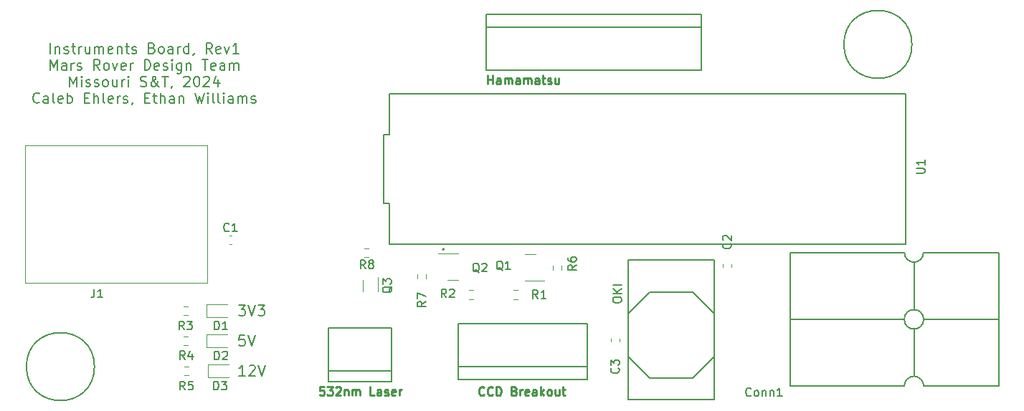
<source format=gbr>
%TF.GenerationSoftware,KiCad,Pcbnew,7.0.7*%
%TF.CreationDate,2024-03-26T15:49:53-05:00*%
%TF.ProjectId,InstrumentsBoard,496e7374-7275-46d6-956e-7473426f6172,rev?*%
%TF.SameCoordinates,Original*%
%TF.FileFunction,Legend,Top*%
%TF.FilePolarity,Positive*%
%FSLAX46Y46*%
G04 Gerber Fmt 4.6, Leading zero omitted, Abs format (unit mm)*
G04 Created by KiCad (PCBNEW 7.0.7) date 2024-03-26 15:49:53*
%MOMM*%
%LPD*%
G01*
G04 APERTURE LIST*
%ADD10C,0.203200*%
%ADD11C,0.254000*%
%ADD12C,0.150000*%
%ADD13C,0.120000*%
%ADD14C,0.127000*%
%ADD15C,0.200000*%
G04 APERTURE END LIST*
D10*
X49478112Y-62064009D02*
X50264303Y-62064009D01*
X50264303Y-62064009D02*
X49840969Y-62547818D01*
X49840969Y-62547818D02*
X50022398Y-62547818D01*
X50022398Y-62547818D02*
X50143350Y-62608294D01*
X50143350Y-62608294D02*
X50203826Y-62668771D01*
X50203826Y-62668771D02*
X50264303Y-62789723D01*
X50264303Y-62789723D02*
X50264303Y-63092104D01*
X50264303Y-63092104D02*
X50203826Y-63213056D01*
X50203826Y-63213056D02*
X50143350Y-63273533D01*
X50143350Y-63273533D02*
X50022398Y-63334009D01*
X50022398Y-63334009D02*
X49659541Y-63334009D01*
X49659541Y-63334009D02*
X49538588Y-63273533D01*
X49538588Y-63273533D02*
X49478112Y-63213056D01*
X50627160Y-62064009D02*
X51050493Y-63334009D01*
X51050493Y-63334009D02*
X51473827Y-62064009D01*
X51776207Y-62064009D02*
X52562398Y-62064009D01*
X52562398Y-62064009D02*
X52139064Y-62547818D01*
X52139064Y-62547818D02*
X52320493Y-62547818D01*
X52320493Y-62547818D02*
X52441445Y-62608294D01*
X52441445Y-62608294D02*
X52501921Y-62668771D01*
X52501921Y-62668771D02*
X52562398Y-62789723D01*
X52562398Y-62789723D02*
X52562398Y-63092104D01*
X52562398Y-63092104D02*
X52501921Y-63213056D01*
X52501921Y-63213056D02*
X52441445Y-63273533D01*
X52441445Y-63273533D02*
X52320493Y-63334009D01*
X52320493Y-63334009D02*
X51957636Y-63334009D01*
X51957636Y-63334009D02*
X51836683Y-63273533D01*
X51836683Y-63273533D02*
X51776207Y-63213056D01*
X27265085Y-32305490D02*
X27265085Y-31086290D01*
X27845656Y-31492690D02*
X27845656Y-32305490D01*
X27845656Y-31608804D02*
X27903713Y-31550747D01*
X27903713Y-31550747D02*
X28019828Y-31492690D01*
X28019828Y-31492690D02*
X28193999Y-31492690D01*
X28193999Y-31492690D02*
X28310113Y-31550747D01*
X28310113Y-31550747D02*
X28368171Y-31666861D01*
X28368171Y-31666861D02*
X28368171Y-32305490D01*
X28890685Y-32247433D02*
X29006799Y-32305490D01*
X29006799Y-32305490D02*
X29239028Y-32305490D01*
X29239028Y-32305490D02*
X29355142Y-32247433D01*
X29355142Y-32247433D02*
X29413199Y-32131318D01*
X29413199Y-32131318D02*
X29413199Y-32073261D01*
X29413199Y-32073261D02*
X29355142Y-31957147D01*
X29355142Y-31957147D02*
X29239028Y-31899090D01*
X29239028Y-31899090D02*
X29064857Y-31899090D01*
X29064857Y-31899090D02*
X28948742Y-31841033D01*
X28948742Y-31841033D02*
X28890685Y-31724918D01*
X28890685Y-31724918D02*
X28890685Y-31666861D01*
X28890685Y-31666861D02*
X28948742Y-31550747D01*
X28948742Y-31550747D02*
X29064857Y-31492690D01*
X29064857Y-31492690D02*
X29239028Y-31492690D01*
X29239028Y-31492690D02*
X29355142Y-31550747D01*
X29761542Y-31492690D02*
X30225999Y-31492690D01*
X29935713Y-31086290D02*
X29935713Y-32131318D01*
X29935713Y-32131318D02*
X29993770Y-32247433D01*
X29993770Y-32247433D02*
X30109885Y-32305490D01*
X30109885Y-32305490D02*
X30225999Y-32305490D01*
X30632399Y-32305490D02*
X30632399Y-31492690D01*
X30632399Y-31724918D02*
X30690456Y-31608804D01*
X30690456Y-31608804D02*
X30748514Y-31550747D01*
X30748514Y-31550747D02*
X30864628Y-31492690D01*
X30864628Y-31492690D02*
X30980742Y-31492690D01*
X31909657Y-31492690D02*
X31909657Y-32305490D01*
X31387142Y-31492690D02*
X31387142Y-32131318D01*
X31387142Y-32131318D02*
X31445199Y-32247433D01*
X31445199Y-32247433D02*
X31561314Y-32305490D01*
X31561314Y-32305490D02*
X31735485Y-32305490D01*
X31735485Y-32305490D02*
X31851599Y-32247433D01*
X31851599Y-32247433D02*
X31909657Y-32189375D01*
X32490228Y-32305490D02*
X32490228Y-31492690D01*
X32490228Y-31608804D02*
X32548285Y-31550747D01*
X32548285Y-31550747D02*
X32664400Y-31492690D01*
X32664400Y-31492690D02*
X32838571Y-31492690D01*
X32838571Y-31492690D02*
X32954685Y-31550747D01*
X32954685Y-31550747D02*
X33012743Y-31666861D01*
X33012743Y-31666861D02*
X33012743Y-32305490D01*
X33012743Y-31666861D02*
X33070800Y-31550747D01*
X33070800Y-31550747D02*
X33186914Y-31492690D01*
X33186914Y-31492690D02*
X33361085Y-31492690D01*
X33361085Y-31492690D02*
X33477200Y-31550747D01*
X33477200Y-31550747D02*
X33535257Y-31666861D01*
X33535257Y-31666861D02*
X33535257Y-32305490D01*
X34580285Y-32247433D02*
X34464171Y-32305490D01*
X34464171Y-32305490D02*
X34231943Y-32305490D01*
X34231943Y-32305490D02*
X34115828Y-32247433D01*
X34115828Y-32247433D02*
X34057771Y-32131318D01*
X34057771Y-32131318D02*
X34057771Y-31666861D01*
X34057771Y-31666861D02*
X34115828Y-31550747D01*
X34115828Y-31550747D02*
X34231943Y-31492690D01*
X34231943Y-31492690D02*
X34464171Y-31492690D01*
X34464171Y-31492690D02*
X34580285Y-31550747D01*
X34580285Y-31550747D02*
X34638343Y-31666861D01*
X34638343Y-31666861D02*
X34638343Y-31782975D01*
X34638343Y-31782975D02*
X34057771Y-31899090D01*
X35160857Y-31492690D02*
X35160857Y-32305490D01*
X35160857Y-31608804D02*
X35218914Y-31550747D01*
X35218914Y-31550747D02*
X35335029Y-31492690D01*
X35335029Y-31492690D02*
X35509200Y-31492690D01*
X35509200Y-31492690D02*
X35625314Y-31550747D01*
X35625314Y-31550747D02*
X35683372Y-31666861D01*
X35683372Y-31666861D02*
X35683372Y-32305490D01*
X36089772Y-31492690D02*
X36554229Y-31492690D01*
X36263943Y-31086290D02*
X36263943Y-32131318D01*
X36263943Y-32131318D02*
X36322000Y-32247433D01*
X36322000Y-32247433D02*
X36438115Y-32305490D01*
X36438115Y-32305490D02*
X36554229Y-32305490D01*
X36902572Y-32247433D02*
X37018686Y-32305490D01*
X37018686Y-32305490D02*
X37250915Y-32305490D01*
X37250915Y-32305490D02*
X37367029Y-32247433D01*
X37367029Y-32247433D02*
X37425086Y-32131318D01*
X37425086Y-32131318D02*
X37425086Y-32073261D01*
X37425086Y-32073261D02*
X37367029Y-31957147D01*
X37367029Y-31957147D02*
X37250915Y-31899090D01*
X37250915Y-31899090D02*
X37076744Y-31899090D01*
X37076744Y-31899090D02*
X36960629Y-31841033D01*
X36960629Y-31841033D02*
X36902572Y-31724918D01*
X36902572Y-31724918D02*
X36902572Y-31666861D01*
X36902572Y-31666861D02*
X36960629Y-31550747D01*
X36960629Y-31550747D02*
X37076744Y-31492690D01*
X37076744Y-31492690D02*
X37250915Y-31492690D01*
X37250915Y-31492690D02*
X37367029Y-31550747D01*
X39282914Y-31666861D02*
X39457086Y-31724918D01*
X39457086Y-31724918D02*
X39515143Y-31782975D01*
X39515143Y-31782975D02*
X39573200Y-31899090D01*
X39573200Y-31899090D02*
X39573200Y-32073261D01*
X39573200Y-32073261D02*
X39515143Y-32189375D01*
X39515143Y-32189375D02*
X39457086Y-32247433D01*
X39457086Y-32247433D02*
X39340971Y-32305490D01*
X39340971Y-32305490D02*
X38876514Y-32305490D01*
X38876514Y-32305490D02*
X38876514Y-31086290D01*
X38876514Y-31086290D02*
X39282914Y-31086290D01*
X39282914Y-31086290D02*
X39399029Y-31144347D01*
X39399029Y-31144347D02*
X39457086Y-31202404D01*
X39457086Y-31202404D02*
X39515143Y-31318518D01*
X39515143Y-31318518D02*
X39515143Y-31434633D01*
X39515143Y-31434633D02*
X39457086Y-31550747D01*
X39457086Y-31550747D02*
X39399029Y-31608804D01*
X39399029Y-31608804D02*
X39282914Y-31666861D01*
X39282914Y-31666861D02*
X38876514Y-31666861D01*
X40269886Y-32305490D02*
X40153771Y-32247433D01*
X40153771Y-32247433D02*
X40095714Y-32189375D01*
X40095714Y-32189375D02*
X40037657Y-32073261D01*
X40037657Y-32073261D02*
X40037657Y-31724918D01*
X40037657Y-31724918D02*
X40095714Y-31608804D01*
X40095714Y-31608804D02*
X40153771Y-31550747D01*
X40153771Y-31550747D02*
X40269886Y-31492690D01*
X40269886Y-31492690D02*
X40444057Y-31492690D01*
X40444057Y-31492690D02*
X40560171Y-31550747D01*
X40560171Y-31550747D02*
X40618229Y-31608804D01*
X40618229Y-31608804D02*
X40676286Y-31724918D01*
X40676286Y-31724918D02*
X40676286Y-32073261D01*
X40676286Y-32073261D02*
X40618229Y-32189375D01*
X40618229Y-32189375D02*
X40560171Y-32247433D01*
X40560171Y-32247433D02*
X40444057Y-32305490D01*
X40444057Y-32305490D02*
X40269886Y-32305490D01*
X41721315Y-32305490D02*
X41721315Y-31666861D01*
X41721315Y-31666861D02*
X41663257Y-31550747D01*
X41663257Y-31550747D02*
X41547143Y-31492690D01*
X41547143Y-31492690D02*
X41314915Y-31492690D01*
X41314915Y-31492690D02*
X41198800Y-31550747D01*
X41721315Y-32247433D02*
X41605200Y-32305490D01*
X41605200Y-32305490D02*
X41314915Y-32305490D01*
X41314915Y-32305490D02*
X41198800Y-32247433D01*
X41198800Y-32247433D02*
X41140743Y-32131318D01*
X41140743Y-32131318D02*
X41140743Y-32015204D01*
X41140743Y-32015204D02*
X41198800Y-31899090D01*
X41198800Y-31899090D02*
X41314915Y-31841033D01*
X41314915Y-31841033D02*
X41605200Y-31841033D01*
X41605200Y-31841033D02*
X41721315Y-31782975D01*
X42301886Y-32305490D02*
X42301886Y-31492690D01*
X42301886Y-31724918D02*
X42359943Y-31608804D01*
X42359943Y-31608804D02*
X42418001Y-31550747D01*
X42418001Y-31550747D02*
X42534115Y-31492690D01*
X42534115Y-31492690D02*
X42650229Y-31492690D01*
X43579144Y-32305490D02*
X43579144Y-31086290D01*
X43579144Y-32247433D02*
X43463029Y-32305490D01*
X43463029Y-32305490D02*
X43230801Y-32305490D01*
X43230801Y-32305490D02*
X43114686Y-32247433D01*
X43114686Y-32247433D02*
X43056629Y-32189375D01*
X43056629Y-32189375D02*
X42998572Y-32073261D01*
X42998572Y-32073261D02*
X42998572Y-31724918D01*
X42998572Y-31724918D02*
X43056629Y-31608804D01*
X43056629Y-31608804D02*
X43114686Y-31550747D01*
X43114686Y-31550747D02*
X43230801Y-31492690D01*
X43230801Y-31492690D02*
X43463029Y-31492690D01*
X43463029Y-31492690D02*
X43579144Y-31550747D01*
X44217772Y-32247433D02*
X44217772Y-32305490D01*
X44217772Y-32305490D02*
X44159715Y-32421604D01*
X44159715Y-32421604D02*
X44101658Y-32479661D01*
X46365886Y-32305490D02*
X45959486Y-31724918D01*
X45669200Y-32305490D02*
X45669200Y-31086290D01*
X45669200Y-31086290D02*
X46133657Y-31086290D01*
X46133657Y-31086290D02*
X46249772Y-31144347D01*
X46249772Y-31144347D02*
X46307829Y-31202404D01*
X46307829Y-31202404D02*
X46365886Y-31318518D01*
X46365886Y-31318518D02*
X46365886Y-31492690D01*
X46365886Y-31492690D02*
X46307829Y-31608804D01*
X46307829Y-31608804D02*
X46249772Y-31666861D01*
X46249772Y-31666861D02*
X46133657Y-31724918D01*
X46133657Y-31724918D02*
X45669200Y-31724918D01*
X47352857Y-32247433D02*
X47236743Y-32305490D01*
X47236743Y-32305490D02*
X47004515Y-32305490D01*
X47004515Y-32305490D02*
X46888400Y-32247433D01*
X46888400Y-32247433D02*
X46830343Y-32131318D01*
X46830343Y-32131318D02*
X46830343Y-31666861D01*
X46830343Y-31666861D02*
X46888400Y-31550747D01*
X46888400Y-31550747D02*
X47004515Y-31492690D01*
X47004515Y-31492690D02*
X47236743Y-31492690D01*
X47236743Y-31492690D02*
X47352857Y-31550747D01*
X47352857Y-31550747D02*
X47410915Y-31666861D01*
X47410915Y-31666861D02*
X47410915Y-31782975D01*
X47410915Y-31782975D02*
X46830343Y-31899090D01*
X47817315Y-31492690D02*
X48107601Y-32305490D01*
X48107601Y-32305490D02*
X48397886Y-31492690D01*
X49500972Y-32305490D02*
X48804286Y-32305490D01*
X49152629Y-32305490D02*
X49152629Y-31086290D01*
X49152629Y-31086290D02*
X49036515Y-31260461D01*
X49036515Y-31260461D02*
X48920400Y-31376575D01*
X48920400Y-31376575D02*
X48804286Y-31434633D01*
X27236057Y-34268402D02*
X27236057Y-33049202D01*
X27236057Y-33049202D02*
X27642457Y-33920059D01*
X27642457Y-33920059D02*
X28048857Y-33049202D01*
X28048857Y-33049202D02*
X28048857Y-34268402D01*
X29151943Y-34268402D02*
X29151943Y-33629773D01*
X29151943Y-33629773D02*
X29093885Y-33513659D01*
X29093885Y-33513659D02*
X28977771Y-33455602D01*
X28977771Y-33455602D02*
X28745543Y-33455602D01*
X28745543Y-33455602D02*
X28629428Y-33513659D01*
X29151943Y-34210345D02*
X29035828Y-34268402D01*
X29035828Y-34268402D02*
X28745543Y-34268402D01*
X28745543Y-34268402D02*
X28629428Y-34210345D01*
X28629428Y-34210345D02*
X28571371Y-34094230D01*
X28571371Y-34094230D02*
X28571371Y-33978116D01*
X28571371Y-33978116D02*
X28629428Y-33862002D01*
X28629428Y-33862002D02*
X28745543Y-33803945D01*
X28745543Y-33803945D02*
X29035828Y-33803945D01*
X29035828Y-33803945D02*
X29151943Y-33745887D01*
X29732514Y-34268402D02*
X29732514Y-33455602D01*
X29732514Y-33687830D02*
X29790571Y-33571716D01*
X29790571Y-33571716D02*
X29848629Y-33513659D01*
X29848629Y-33513659D02*
X29964743Y-33455602D01*
X29964743Y-33455602D02*
X30080857Y-33455602D01*
X30429200Y-34210345D02*
X30545314Y-34268402D01*
X30545314Y-34268402D02*
X30777543Y-34268402D01*
X30777543Y-34268402D02*
X30893657Y-34210345D01*
X30893657Y-34210345D02*
X30951714Y-34094230D01*
X30951714Y-34094230D02*
X30951714Y-34036173D01*
X30951714Y-34036173D02*
X30893657Y-33920059D01*
X30893657Y-33920059D02*
X30777543Y-33862002D01*
X30777543Y-33862002D02*
X30603372Y-33862002D01*
X30603372Y-33862002D02*
X30487257Y-33803945D01*
X30487257Y-33803945D02*
X30429200Y-33687830D01*
X30429200Y-33687830D02*
X30429200Y-33629773D01*
X30429200Y-33629773D02*
X30487257Y-33513659D01*
X30487257Y-33513659D02*
X30603372Y-33455602D01*
X30603372Y-33455602D02*
X30777543Y-33455602D01*
X30777543Y-33455602D02*
X30893657Y-33513659D01*
X33099828Y-34268402D02*
X32693428Y-33687830D01*
X32403142Y-34268402D02*
X32403142Y-33049202D01*
X32403142Y-33049202D02*
X32867599Y-33049202D01*
X32867599Y-33049202D02*
X32983714Y-33107259D01*
X32983714Y-33107259D02*
X33041771Y-33165316D01*
X33041771Y-33165316D02*
X33099828Y-33281430D01*
X33099828Y-33281430D02*
X33099828Y-33455602D01*
X33099828Y-33455602D02*
X33041771Y-33571716D01*
X33041771Y-33571716D02*
X32983714Y-33629773D01*
X32983714Y-33629773D02*
X32867599Y-33687830D01*
X32867599Y-33687830D02*
X32403142Y-33687830D01*
X33796514Y-34268402D02*
X33680399Y-34210345D01*
X33680399Y-34210345D02*
X33622342Y-34152287D01*
X33622342Y-34152287D02*
X33564285Y-34036173D01*
X33564285Y-34036173D02*
X33564285Y-33687830D01*
X33564285Y-33687830D02*
X33622342Y-33571716D01*
X33622342Y-33571716D02*
X33680399Y-33513659D01*
X33680399Y-33513659D02*
X33796514Y-33455602D01*
X33796514Y-33455602D02*
X33970685Y-33455602D01*
X33970685Y-33455602D02*
X34086799Y-33513659D01*
X34086799Y-33513659D02*
X34144857Y-33571716D01*
X34144857Y-33571716D02*
X34202914Y-33687830D01*
X34202914Y-33687830D02*
X34202914Y-34036173D01*
X34202914Y-34036173D02*
X34144857Y-34152287D01*
X34144857Y-34152287D02*
X34086799Y-34210345D01*
X34086799Y-34210345D02*
X33970685Y-34268402D01*
X33970685Y-34268402D02*
X33796514Y-34268402D01*
X34609314Y-33455602D02*
X34899600Y-34268402D01*
X34899600Y-34268402D02*
X35189885Y-33455602D01*
X36118799Y-34210345D02*
X36002685Y-34268402D01*
X36002685Y-34268402D02*
X35770457Y-34268402D01*
X35770457Y-34268402D02*
X35654342Y-34210345D01*
X35654342Y-34210345D02*
X35596285Y-34094230D01*
X35596285Y-34094230D02*
X35596285Y-33629773D01*
X35596285Y-33629773D02*
X35654342Y-33513659D01*
X35654342Y-33513659D02*
X35770457Y-33455602D01*
X35770457Y-33455602D02*
X36002685Y-33455602D01*
X36002685Y-33455602D02*
X36118799Y-33513659D01*
X36118799Y-33513659D02*
X36176857Y-33629773D01*
X36176857Y-33629773D02*
X36176857Y-33745887D01*
X36176857Y-33745887D02*
X35596285Y-33862002D01*
X36699371Y-34268402D02*
X36699371Y-33455602D01*
X36699371Y-33687830D02*
X36757428Y-33571716D01*
X36757428Y-33571716D02*
X36815486Y-33513659D01*
X36815486Y-33513659D02*
X36931600Y-33455602D01*
X36931600Y-33455602D02*
X37047714Y-33455602D01*
X38383028Y-34268402D02*
X38383028Y-33049202D01*
X38383028Y-33049202D02*
X38673314Y-33049202D01*
X38673314Y-33049202D02*
X38847485Y-33107259D01*
X38847485Y-33107259D02*
X38963600Y-33223373D01*
X38963600Y-33223373D02*
X39021657Y-33339487D01*
X39021657Y-33339487D02*
X39079714Y-33571716D01*
X39079714Y-33571716D02*
X39079714Y-33745887D01*
X39079714Y-33745887D02*
X39021657Y-33978116D01*
X39021657Y-33978116D02*
X38963600Y-34094230D01*
X38963600Y-34094230D02*
X38847485Y-34210345D01*
X38847485Y-34210345D02*
X38673314Y-34268402D01*
X38673314Y-34268402D02*
X38383028Y-34268402D01*
X40066685Y-34210345D02*
X39950571Y-34268402D01*
X39950571Y-34268402D02*
X39718343Y-34268402D01*
X39718343Y-34268402D02*
X39602228Y-34210345D01*
X39602228Y-34210345D02*
X39544171Y-34094230D01*
X39544171Y-34094230D02*
X39544171Y-33629773D01*
X39544171Y-33629773D02*
X39602228Y-33513659D01*
X39602228Y-33513659D02*
X39718343Y-33455602D01*
X39718343Y-33455602D02*
X39950571Y-33455602D01*
X39950571Y-33455602D02*
X40066685Y-33513659D01*
X40066685Y-33513659D02*
X40124743Y-33629773D01*
X40124743Y-33629773D02*
X40124743Y-33745887D01*
X40124743Y-33745887D02*
X39544171Y-33862002D01*
X40589200Y-34210345D02*
X40705314Y-34268402D01*
X40705314Y-34268402D02*
X40937543Y-34268402D01*
X40937543Y-34268402D02*
X41053657Y-34210345D01*
X41053657Y-34210345D02*
X41111714Y-34094230D01*
X41111714Y-34094230D02*
X41111714Y-34036173D01*
X41111714Y-34036173D02*
X41053657Y-33920059D01*
X41053657Y-33920059D02*
X40937543Y-33862002D01*
X40937543Y-33862002D02*
X40763372Y-33862002D01*
X40763372Y-33862002D02*
X40647257Y-33803945D01*
X40647257Y-33803945D02*
X40589200Y-33687830D01*
X40589200Y-33687830D02*
X40589200Y-33629773D01*
X40589200Y-33629773D02*
X40647257Y-33513659D01*
X40647257Y-33513659D02*
X40763372Y-33455602D01*
X40763372Y-33455602D02*
X40937543Y-33455602D01*
X40937543Y-33455602D02*
X41053657Y-33513659D01*
X41634228Y-34268402D02*
X41634228Y-33455602D01*
X41634228Y-33049202D02*
X41576171Y-33107259D01*
X41576171Y-33107259D02*
X41634228Y-33165316D01*
X41634228Y-33165316D02*
X41692285Y-33107259D01*
X41692285Y-33107259D02*
X41634228Y-33049202D01*
X41634228Y-33049202D02*
X41634228Y-33165316D01*
X42737314Y-33455602D02*
X42737314Y-34442573D01*
X42737314Y-34442573D02*
X42679256Y-34558687D01*
X42679256Y-34558687D02*
X42621199Y-34616745D01*
X42621199Y-34616745D02*
X42505085Y-34674802D01*
X42505085Y-34674802D02*
X42330914Y-34674802D01*
X42330914Y-34674802D02*
X42214799Y-34616745D01*
X42737314Y-34210345D02*
X42621199Y-34268402D01*
X42621199Y-34268402D02*
X42388971Y-34268402D01*
X42388971Y-34268402D02*
X42272856Y-34210345D01*
X42272856Y-34210345D02*
X42214799Y-34152287D01*
X42214799Y-34152287D02*
X42156742Y-34036173D01*
X42156742Y-34036173D02*
X42156742Y-33687830D01*
X42156742Y-33687830D02*
X42214799Y-33571716D01*
X42214799Y-33571716D02*
X42272856Y-33513659D01*
X42272856Y-33513659D02*
X42388971Y-33455602D01*
X42388971Y-33455602D02*
X42621199Y-33455602D01*
X42621199Y-33455602D02*
X42737314Y-33513659D01*
X43317885Y-33455602D02*
X43317885Y-34268402D01*
X43317885Y-33571716D02*
X43375942Y-33513659D01*
X43375942Y-33513659D02*
X43492057Y-33455602D01*
X43492057Y-33455602D02*
X43666228Y-33455602D01*
X43666228Y-33455602D02*
X43782342Y-33513659D01*
X43782342Y-33513659D02*
X43840400Y-33629773D01*
X43840400Y-33629773D02*
X43840400Y-34268402D01*
X45175714Y-33049202D02*
X45872400Y-33049202D01*
X45524057Y-34268402D02*
X45524057Y-33049202D01*
X46743256Y-34210345D02*
X46627142Y-34268402D01*
X46627142Y-34268402D02*
X46394914Y-34268402D01*
X46394914Y-34268402D02*
X46278799Y-34210345D01*
X46278799Y-34210345D02*
X46220742Y-34094230D01*
X46220742Y-34094230D02*
X46220742Y-33629773D01*
X46220742Y-33629773D02*
X46278799Y-33513659D01*
X46278799Y-33513659D02*
X46394914Y-33455602D01*
X46394914Y-33455602D02*
X46627142Y-33455602D01*
X46627142Y-33455602D02*
X46743256Y-33513659D01*
X46743256Y-33513659D02*
X46801314Y-33629773D01*
X46801314Y-33629773D02*
X46801314Y-33745887D01*
X46801314Y-33745887D02*
X46220742Y-33862002D01*
X47846343Y-34268402D02*
X47846343Y-33629773D01*
X47846343Y-33629773D02*
X47788285Y-33513659D01*
X47788285Y-33513659D02*
X47672171Y-33455602D01*
X47672171Y-33455602D02*
X47439943Y-33455602D01*
X47439943Y-33455602D02*
X47323828Y-33513659D01*
X47846343Y-34210345D02*
X47730228Y-34268402D01*
X47730228Y-34268402D02*
X47439943Y-34268402D01*
X47439943Y-34268402D02*
X47323828Y-34210345D01*
X47323828Y-34210345D02*
X47265771Y-34094230D01*
X47265771Y-34094230D02*
X47265771Y-33978116D01*
X47265771Y-33978116D02*
X47323828Y-33862002D01*
X47323828Y-33862002D02*
X47439943Y-33803945D01*
X47439943Y-33803945D02*
X47730228Y-33803945D01*
X47730228Y-33803945D02*
X47846343Y-33745887D01*
X48426914Y-34268402D02*
X48426914Y-33455602D01*
X48426914Y-33571716D02*
X48484971Y-33513659D01*
X48484971Y-33513659D02*
X48601086Y-33455602D01*
X48601086Y-33455602D02*
X48775257Y-33455602D01*
X48775257Y-33455602D02*
X48891371Y-33513659D01*
X48891371Y-33513659D02*
X48949429Y-33629773D01*
X48949429Y-33629773D02*
X48949429Y-34268402D01*
X48949429Y-33629773D02*
X49007486Y-33513659D01*
X49007486Y-33513659D02*
X49123600Y-33455602D01*
X49123600Y-33455602D02*
X49297771Y-33455602D01*
X49297771Y-33455602D02*
X49413886Y-33513659D01*
X49413886Y-33513659D02*
X49471943Y-33629773D01*
X49471943Y-33629773D02*
X49471943Y-34268402D01*
X29558343Y-36231314D02*
X29558343Y-35012114D01*
X29558343Y-35012114D02*
X29964743Y-35882971D01*
X29964743Y-35882971D02*
X30371143Y-35012114D01*
X30371143Y-35012114D02*
X30371143Y-36231314D01*
X30951714Y-36231314D02*
X30951714Y-35418514D01*
X30951714Y-35012114D02*
X30893657Y-35070171D01*
X30893657Y-35070171D02*
X30951714Y-35128228D01*
X30951714Y-35128228D02*
X31009771Y-35070171D01*
X31009771Y-35070171D02*
X30951714Y-35012114D01*
X30951714Y-35012114D02*
X30951714Y-35128228D01*
X31474228Y-36173257D02*
X31590342Y-36231314D01*
X31590342Y-36231314D02*
X31822571Y-36231314D01*
X31822571Y-36231314D02*
X31938685Y-36173257D01*
X31938685Y-36173257D02*
X31996742Y-36057142D01*
X31996742Y-36057142D02*
X31996742Y-35999085D01*
X31996742Y-35999085D02*
X31938685Y-35882971D01*
X31938685Y-35882971D02*
X31822571Y-35824914D01*
X31822571Y-35824914D02*
X31648400Y-35824914D01*
X31648400Y-35824914D02*
X31532285Y-35766857D01*
X31532285Y-35766857D02*
X31474228Y-35650742D01*
X31474228Y-35650742D02*
X31474228Y-35592685D01*
X31474228Y-35592685D02*
X31532285Y-35476571D01*
X31532285Y-35476571D02*
X31648400Y-35418514D01*
X31648400Y-35418514D02*
X31822571Y-35418514D01*
X31822571Y-35418514D02*
X31938685Y-35476571D01*
X32461199Y-36173257D02*
X32577313Y-36231314D01*
X32577313Y-36231314D02*
X32809542Y-36231314D01*
X32809542Y-36231314D02*
X32925656Y-36173257D01*
X32925656Y-36173257D02*
X32983713Y-36057142D01*
X32983713Y-36057142D02*
X32983713Y-35999085D01*
X32983713Y-35999085D02*
X32925656Y-35882971D01*
X32925656Y-35882971D02*
X32809542Y-35824914D01*
X32809542Y-35824914D02*
X32635371Y-35824914D01*
X32635371Y-35824914D02*
X32519256Y-35766857D01*
X32519256Y-35766857D02*
X32461199Y-35650742D01*
X32461199Y-35650742D02*
X32461199Y-35592685D01*
X32461199Y-35592685D02*
X32519256Y-35476571D01*
X32519256Y-35476571D02*
X32635371Y-35418514D01*
X32635371Y-35418514D02*
X32809542Y-35418514D01*
X32809542Y-35418514D02*
X32925656Y-35476571D01*
X33680399Y-36231314D02*
X33564284Y-36173257D01*
X33564284Y-36173257D02*
X33506227Y-36115199D01*
X33506227Y-36115199D02*
X33448170Y-35999085D01*
X33448170Y-35999085D02*
X33448170Y-35650742D01*
X33448170Y-35650742D02*
X33506227Y-35534628D01*
X33506227Y-35534628D02*
X33564284Y-35476571D01*
X33564284Y-35476571D02*
X33680399Y-35418514D01*
X33680399Y-35418514D02*
X33854570Y-35418514D01*
X33854570Y-35418514D02*
X33970684Y-35476571D01*
X33970684Y-35476571D02*
X34028742Y-35534628D01*
X34028742Y-35534628D02*
X34086799Y-35650742D01*
X34086799Y-35650742D02*
X34086799Y-35999085D01*
X34086799Y-35999085D02*
X34028742Y-36115199D01*
X34028742Y-36115199D02*
X33970684Y-36173257D01*
X33970684Y-36173257D02*
X33854570Y-36231314D01*
X33854570Y-36231314D02*
X33680399Y-36231314D01*
X35131828Y-35418514D02*
X35131828Y-36231314D01*
X34609313Y-35418514D02*
X34609313Y-36057142D01*
X34609313Y-36057142D02*
X34667370Y-36173257D01*
X34667370Y-36173257D02*
X34783485Y-36231314D01*
X34783485Y-36231314D02*
X34957656Y-36231314D01*
X34957656Y-36231314D02*
X35073770Y-36173257D01*
X35073770Y-36173257D02*
X35131828Y-36115199D01*
X35712399Y-36231314D02*
X35712399Y-35418514D01*
X35712399Y-35650742D02*
X35770456Y-35534628D01*
X35770456Y-35534628D02*
X35828514Y-35476571D01*
X35828514Y-35476571D02*
X35944628Y-35418514D01*
X35944628Y-35418514D02*
X36060742Y-35418514D01*
X36467142Y-36231314D02*
X36467142Y-35418514D01*
X36467142Y-35012114D02*
X36409085Y-35070171D01*
X36409085Y-35070171D02*
X36467142Y-35128228D01*
X36467142Y-35128228D02*
X36525199Y-35070171D01*
X36525199Y-35070171D02*
X36467142Y-35012114D01*
X36467142Y-35012114D02*
X36467142Y-35128228D01*
X37918570Y-36173257D02*
X38092742Y-36231314D01*
X38092742Y-36231314D02*
X38383027Y-36231314D01*
X38383027Y-36231314D02*
X38499142Y-36173257D01*
X38499142Y-36173257D02*
X38557199Y-36115199D01*
X38557199Y-36115199D02*
X38615256Y-35999085D01*
X38615256Y-35999085D02*
X38615256Y-35882971D01*
X38615256Y-35882971D02*
X38557199Y-35766857D01*
X38557199Y-35766857D02*
X38499142Y-35708799D01*
X38499142Y-35708799D02*
X38383027Y-35650742D01*
X38383027Y-35650742D02*
X38150799Y-35592685D01*
X38150799Y-35592685D02*
X38034684Y-35534628D01*
X38034684Y-35534628D02*
X37976627Y-35476571D01*
X37976627Y-35476571D02*
X37918570Y-35360457D01*
X37918570Y-35360457D02*
X37918570Y-35244342D01*
X37918570Y-35244342D02*
X37976627Y-35128228D01*
X37976627Y-35128228D02*
X38034684Y-35070171D01*
X38034684Y-35070171D02*
X38150799Y-35012114D01*
X38150799Y-35012114D02*
X38441084Y-35012114D01*
X38441084Y-35012114D02*
X38615256Y-35070171D01*
X40124742Y-36231314D02*
X40066685Y-36231314D01*
X40066685Y-36231314D02*
X39950570Y-36173257D01*
X39950570Y-36173257D02*
X39776399Y-35999085D01*
X39776399Y-35999085D02*
X39486113Y-35650742D01*
X39486113Y-35650742D02*
X39369999Y-35476571D01*
X39369999Y-35476571D02*
X39311942Y-35302399D01*
X39311942Y-35302399D02*
X39311942Y-35186285D01*
X39311942Y-35186285D02*
X39369999Y-35070171D01*
X39369999Y-35070171D02*
X39486113Y-35012114D01*
X39486113Y-35012114D02*
X39544170Y-35012114D01*
X39544170Y-35012114D02*
X39660285Y-35070171D01*
X39660285Y-35070171D02*
X39718342Y-35186285D01*
X39718342Y-35186285D02*
X39718342Y-35244342D01*
X39718342Y-35244342D02*
X39660285Y-35360457D01*
X39660285Y-35360457D02*
X39602227Y-35418514D01*
X39602227Y-35418514D02*
X39253885Y-35650742D01*
X39253885Y-35650742D02*
X39195827Y-35708799D01*
X39195827Y-35708799D02*
X39137770Y-35824914D01*
X39137770Y-35824914D02*
X39137770Y-35999085D01*
X39137770Y-35999085D02*
X39195827Y-36115199D01*
X39195827Y-36115199D02*
X39253885Y-36173257D01*
X39253885Y-36173257D02*
X39369999Y-36231314D01*
X39369999Y-36231314D02*
X39544170Y-36231314D01*
X39544170Y-36231314D02*
X39660285Y-36173257D01*
X39660285Y-36173257D02*
X39718342Y-36115199D01*
X39718342Y-36115199D02*
X39892513Y-35882971D01*
X39892513Y-35882971D02*
X39950570Y-35708799D01*
X39950570Y-35708799D02*
X39950570Y-35592685D01*
X40473085Y-35012114D02*
X41169771Y-35012114D01*
X40821428Y-36231314D02*
X40821428Y-35012114D01*
X41634227Y-36173257D02*
X41634227Y-36231314D01*
X41634227Y-36231314D02*
X41576170Y-36347428D01*
X41576170Y-36347428D02*
X41518113Y-36405485D01*
X43027598Y-35128228D02*
X43085655Y-35070171D01*
X43085655Y-35070171D02*
X43201770Y-35012114D01*
X43201770Y-35012114D02*
X43492055Y-35012114D01*
X43492055Y-35012114D02*
X43608170Y-35070171D01*
X43608170Y-35070171D02*
X43666227Y-35128228D01*
X43666227Y-35128228D02*
X43724284Y-35244342D01*
X43724284Y-35244342D02*
X43724284Y-35360457D01*
X43724284Y-35360457D02*
X43666227Y-35534628D01*
X43666227Y-35534628D02*
X42969541Y-36231314D01*
X42969541Y-36231314D02*
X43724284Y-36231314D01*
X44479027Y-35012114D02*
X44595141Y-35012114D01*
X44595141Y-35012114D02*
X44711255Y-35070171D01*
X44711255Y-35070171D02*
X44769313Y-35128228D01*
X44769313Y-35128228D02*
X44827370Y-35244342D01*
X44827370Y-35244342D02*
X44885427Y-35476571D01*
X44885427Y-35476571D02*
X44885427Y-35766857D01*
X44885427Y-35766857D02*
X44827370Y-35999085D01*
X44827370Y-35999085D02*
X44769313Y-36115199D01*
X44769313Y-36115199D02*
X44711255Y-36173257D01*
X44711255Y-36173257D02*
X44595141Y-36231314D01*
X44595141Y-36231314D02*
X44479027Y-36231314D01*
X44479027Y-36231314D02*
X44362913Y-36173257D01*
X44362913Y-36173257D02*
X44304855Y-36115199D01*
X44304855Y-36115199D02*
X44246798Y-35999085D01*
X44246798Y-35999085D02*
X44188741Y-35766857D01*
X44188741Y-35766857D02*
X44188741Y-35476571D01*
X44188741Y-35476571D02*
X44246798Y-35244342D01*
X44246798Y-35244342D02*
X44304855Y-35128228D01*
X44304855Y-35128228D02*
X44362913Y-35070171D01*
X44362913Y-35070171D02*
X44479027Y-35012114D01*
X45349884Y-35128228D02*
X45407941Y-35070171D01*
X45407941Y-35070171D02*
X45524056Y-35012114D01*
X45524056Y-35012114D02*
X45814341Y-35012114D01*
X45814341Y-35012114D02*
X45930456Y-35070171D01*
X45930456Y-35070171D02*
X45988513Y-35128228D01*
X45988513Y-35128228D02*
X46046570Y-35244342D01*
X46046570Y-35244342D02*
X46046570Y-35360457D01*
X46046570Y-35360457D02*
X45988513Y-35534628D01*
X45988513Y-35534628D02*
X45291827Y-36231314D01*
X45291827Y-36231314D02*
X46046570Y-36231314D01*
X47091599Y-35418514D02*
X47091599Y-36231314D01*
X46801313Y-34954057D02*
X46511027Y-35824914D01*
X46511027Y-35824914D02*
X47265770Y-35824914D01*
X25958799Y-38078111D02*
X25900742Y-38136169D01*
X25900742Y-38136169D02*
X25726570Y-38194226D01*
X25726570Y-38194226D02*
X25610456Y-38194226D01*
X25610456Y-38194226D02*
X25436285Y-38136169D01*
X25436285Y-38136169D02*
X25320170Y-38020054D01*
X25320170Y-38020054D02*
X25262113Y-37903940D01*
X25262113Y-37903940D02*
X25204056Y-37671711D01*
X25204056Y-37671711D02*
X25204056Y-37497540D01*
X25204056Y-37497540D02*
X25262113Y-37265311D01*
X25262113Y-37265311D02*
X25320170Y-37149197D01*
X25320170Y-37149197D02*
X25436285Y-37033083D01*
X25436285Y-37033083D02*
X25610456Y-36975026D01*
X25610456Y-36975026D02*
X25726570Y-36975026D01*
X25726570Y-36975026D02*
X25900742Y-37033083D01*
X25900742Y-37033083D02*
X25958799Y-37091140D01*
X27003828Y-38194226D02*
X27003828Y-37555597D01*
X27003828Y-37555597D02*
X26945770Y-37439483D01*
X26945770Y-37439483D02*
X26829656Y-37381426D01*
X26829656Y-37381426D02*
X26597428Y-37381426D01*
X26597428Y-37381426D02*
X26481313Y-37439483D01*
X27003828Y-38136169D02*
X26887713Y-38194226D01*
X26887713Y-38194226D02*
X26597428Y-38194226D01*
X26597428Y-38194226D02*
X26481313Y-38136169D01*
X26481313Y-38136169D02*
X26423256Y-38020054D01*
X26423256Y-38020054D02*
X26423256Y-37903940D01*
X26423256Y-37903940D02*
X26481313Y-37787826D01*
X26481313Y-37787826D02*
X26597428Y-37729769D01*
X26597428Y-37729769D02*
X26887713Y-37729769D01*
X26887713Y-37729769D02*
X27003828Y-37671711D01*
X27758571Y-38194226D02*
X27642456Y-38136169D01*
X27642456Y-38136169D02*
X27584399Y-38020054D01*
X27584399Y-38020054D02*
X27584399Y-36975026D01*
X28687485Y-38136169D02*
X28571371Y-38194226D01*
X28571371Y-38194226D02*
X28339143Y-38194226D01*
X28339143Y-38194226D02*
X28223028Y-38136169D01*
X28223028Y-38136169D02*
X28164971Y-38020054D01*
X28164971Y-38020054D02*
X28164971Y-37555597D01*
X28164971Y-37555597D02*
X28223028Y-37439483D01*
X28223028Y-37439483D02*
X28339143Y-37381426D01*
X28339143Y-37381426D02*
X28571371Y-37381426D01*
X28571371Y-37381426D02*
X28687485Y-37439483D01*
X28687485Y-37439483D02*
X28745543Y-37555597D01*
X28745543Y-37555597D02*
X28745543Y-37671711D01*
X28745543Y-37671711D02*
X28164971Y-37787826D01*
X29268057Y-38194226D02*
X29268057Y-36975026D01*
X29268057Y-37439483D02*
X29384172Y-37381426D01*
X29384172Y-37381426D02*
X29616400Y-37381426D01*
X29616400Y-37381426D02*
X29732514Y-37439483D01*
X29732514Y-37439483D02*
X29790572Y-37497540D01*
X29790572Y-37497540D02*
X29848629Y-37613654D01*
X29848629Y-37613654D02*
X29848629Y-37961997D01*
X29848629Y-37961997D02*
X29790572Y-38078111D01*
X29790572Y-38078111D02*
X29732514Y-38136169D01*
X29732514Y-38136169D02*
X29616400Y-38194226D01*
X29616400Y-38194226D02*
X29384172Y-38194226D01*
X29384172Y-38194226D02*
X29268057Y-38136169D01*
X31300057Y-37555597D02*
X31706457Y-37555597D01*
X31880629Y-38194226D02*
X31300057Y-38194226D01*
X31300057Y-38194226D02*
X31300057Y-36975026D01*
X31300057Y-36975026D02*
X31880629Y-36975026D01*
X32403143Y-38194226D02*
X32403143Y-36975026D01*
X32925658Y-38194226D02*
X32925658Y-37555597D01*
X32925658Y-37555597D02*
X32867600Y-37439483D01*
X32867600Y-37439483D02*
X32751486Y-37381426D01*
X32751486Y-37381426D02*
X32577315Y-37381426D01*
X32577315Y-37381426D02*
X32461200Y-37439483D01*
X32461200Y-37439483D02*
X32403143Y-37497540D01*
X33680401Y-38194226D02*
X33564286Y-38136169D01*
X33564286Y-38136169D02*
X33506229Y-38020054D01*
X33506229Y-38020054D02*
X33506229Y-36975026D01*
X34609315Y-38136169D02*
X34493201Y-38194226D01*
X34493201Y-38194226D02*
X34260973Y-38194226D01*
X34260973Y-38194226D02*
X34144858Y-38136169D01*
X34144858Y-38136169D02*
X34086801Y-38020054D01*
X34086801Y-38020054D02*
X34086801Y-37555597D01*
X34086801Y-37555597D02*
X34144858Y-37439483D01*
X34144858Y-37439483D02*
X34260973Y-37381426D01*
X34260973Y-37381426D02*
X34493201Y-37381426D01*
X34493201Y-37381426D02*
X34609315Y-37439483D01*
X34609315Y-37439483D02*
X34667373Y-37555597D01*
X34667373Y-37555597D02*
X34667373Y-37671711D01*
X34667373Y-37671711D02*
X34086801Y-37787826D01*
X35189887Y-38194226D02*
X35189887Y-37381426D01*
X35189887Y-37613654D02*
X35247944Y-37497540D01*
X35247944Y-37497540D02*
X35306002Y-37439483D01*
X35306002Y-37439483D02*
X35422116Y-37381426D01*
X35422116Y-37381426D02*
X35538230Y-37381426D01*
X35886573Y-38136169D02*
X36002687Y-38194226D01*
X36002687Y-38194226D02*
X36234916Y-38194226D01*
X36234916Y-38194226D02*
X36351030Y-38136169D01*
X36351030Y-38136169D02*
X36409087Y-38020054D01*
X36409087Y-38020054D02*
X36409087Y-37961997D01*
X36409087Y-37961997D02*
X36351030Y-37845883D01*
X36351030Y-37845883D02*
X36234916Y-37787826D01*
X36234916Y-37787826D02*
X36060745Y-37787826D01*
X36060745Y-37787826D02*
X35944630Y-37729769D01*
X35944630Y-37729769D02*
X35886573Y-37613654D01*
X35886573Y-37613654D02*
X35886573Y-37555597D01*
X35886573Y-37555597D02*
X35944630Y-37439483D01*
X35944630Y-37439483D02*
X36060745Y-37381426D01*
X36060745Y-37381426D02*
X36234916Y-37381426D01*
X36234916Y-37381426D02*
X36351030Y-37439483D01*
X36989658Y-38136169D02*
X36989658Y-38194226D01*
X36989658Y-38194226D02*
X36931601Y-38310340D01*
X36931601Y-38310340D02*
X36873544Y-38368397D01*
X38441086Y-37555597D02*
X38847486Y-37555597D01*
X39021658Y-38194226D02*
X38441086Y-38194226D01*
X38441086Y-38194226D02*
X38441086Y-36975026D01*
X38441086Y-36975026D02*
X39021658Y-36975026D01*
X39370001Y-37381426D02*
X39834458Y-37381426D01*
X39544172Y-36975026D02*
X39544172Y-38020054D01*
X39544172Y-38020054D02*
X39602229Y-38136169D01*
X39602229Y-38136169D02*
X39718344Y-38194226D01*
X39718344Y-38194226D02*
X39834458Y-38194226D01*
X40240858Y-38194226D02*
X40240858Y-36975026D01*
X40763373Y-38194226D02*
X40763373Y-37555597D01*
X40763373Y-37555597D02*
X40705315Y-37439483D01*
X40705315Y-37439483D02*
X40589201Y-37381426D01*
X40589201Y-37381426D02*
X40415030Y-37381426D01*
X40415030Y-37381426D02*
X40298915Y-37439483D01*
X40298915Y-37439483D02*
X40240858Y-37497540D01*
X41866459Y-38194226D02*
X41866459Y-37555597D01*
X41866459Y-37555597D02*
X41808401Y-37439483D01*
X41808401Y-37439483D02*
X41692287Y-37381426D01*
X41692287Y-37381426D02*
X41460059Y-37381426D01*
X41460059Y-37381426D02*
X41343944Y-37439483D01*
X41866459Y-38136169D02*
X41750344Y-38194226D01*
X41750344Y-38194226D02*
X41460059Y-38194226D01*
X41460059Y-38194226D02*
X41343944Y-38136169D01*
X41343944Y-38136169D02*
X41285887Y-38020054D01*
X41285887Y-38020054D02*
X41285887Y-37903940D01*
X41285887Y-37903940D02*
X41343944Y-37787826D01*
X41343944Y-37787826D02*
X41460059Y-37729769D01*
X41460059Y-37729769D02*
X41750344Y-37729769D01*
X41750344Y-37729769D02*
X41866459Y-37671711D01*
X42447030Y-37381426D02*
X42447030Y-38194226D01*
X42447030Y-37497540D02*
X42505087Y-37439483D01*
X42505087Y-37439483D02*
X42621202Y-37381426D01*
X42621202Y-37381426D02*
X42795373Y-37381426D01*
X42795373Y-37381426D02*
X42911487Y-37439483D01*
X42911487Y-37439483D02*
X42969545Y-37555597D01*
X42969545Y-37555597D02*
X42969545Y-38194226D01*
X44362916Y-36975026D02*
X44653202Y-38194226D01*
X44653202Y-38194226D02*
X44885430Y-37323369D01*
X44885430Y-37323369D02*
X45117659Y-38194226D01*
X45117659Y-38194226D02*
X45407945Y-36975026D01*
X45872401Y-38194226D02*
X45872401Y-37381426D01*
X45872401Y-36975026D02*
X45814344Y-37033083D01*
X45814344Y-37033083D02*
X45872401Y-37091140D01*
X45872401Y-37091140D02*
X45930458Y-37033083D01*
X45930458Y-37033083D02*
X45872401Y-36975026D01*
X45872401Y-36975026D02*
X45872401Y-37091140D01*
X46627144Y-38194226D02*
X46511029Y-38136169D01*
X46511029Y-38136169D02*
X46452972Y-38020054D01*
X46452972Y-38020054D02*
X46452972Y-36975026D01*
X47265773Y-38194226D02*
X47149658Y-38136169D01*
X47149658Y-38136169D02*
X47091601Y-38020054D01*
X47091601Y-38020054D02*
X47091601Y-36975026D01*
X47730230Y-38194226D02*
X47730230Y-37381426D01*
X47730230Y-36975026D02*
X47672173Y-37033083D01*
X47672173Y-37033083D02*
X47730230Y-37091140D01*
X47730230Y-37091140D02*
X47788287Y-37033083D01*
X47788287Y-37033083D02*
X47730230Y-36975026D01*
X47730230Y-36975026D02*
X47730230Y-37091140D01*
X48833316Y-38194226D02*
X48833316Y-37555597D01*
X48833316Y-37555597D02*
X48775258Y-37439483D01*
X48775258Y-37439483D02*
X48659144Y-37381426D01*
X48659144Y-37381426D02*
X48426916Y-37381426D01*
X48426916Y-37381426D02*
X48310801Y-37439483D01*
X48833316Y-38136169D02*
X48717201Y-38194226D01*
X48717201Y-38194226D02*
X48426916Y-38194226D01*
X48426916Y-38194226D02*
X48310801Y-38136169D01*
X48310801Y-38136169D02*
X48252744Y-38020054D01*
X48252744Y-38020054D02*
X48252744Y-37903940D01*
X48252744Y-37903940D02*
X48310801Y-37787826D01*
X48310801Y-37787826D02*
X48426916Y-37729769D01*
X48426916Y-37729769D02*
X48717201Y-37729769D01*
X48717201Y-37729769D02*
X48833316Y-37671711D01*
X49413887Y-38194226D02*
X49413887Y-37381426D01*
X49413887Y-37497540D02*
X49471944Y-37439483D01*
X49471944Y-37439483D02*
X49588059Y-37381426D01*
X49588059Y-37381426D02*
X49762230Y-37381426D01*
X49762230Y-37381426D02*
X49878344Y-37439483D01*
X49878344Y-37439483D02*
X49936402Y-37555597D01*
X49936402Y-37555597D02*
X49936402Y-38194226D01*
X49936402Y-37555597D02*
X49994459Y-37439483D01*
X49994459Y-37439483D02*
X50110573Y-37381426D01*
X50110573Y-37381426D02*
X50284744Y-37381426D01*
X50284744Y-37381426D02*
X50400859Y-37439483D01*
X50400859Y-37439483D02*
X50458916Y-37555597D01*
X50458916Y-37555597D02*
X50458916Y-38194226D01*
X50981430Y-38136169D02*
X51097544Y-38194226D01*
X51097544Y-38194226D02*
X51329773Y-38194226D01*
X51329773Y-38194226D02*
X51445887Y-38136169D01*
X51445887Y-38136169D02*
X51503944Y-38020054D01*
X51503944Y-38020054D02*
X51503944Y-37961997D01*
X51503944Y-37961997D02*
X51445887Y-37845883D01*
X51445887Y-37845883D02*
X51329773Y-37787826D01*
X51329773Y-37787826D02*
X51155602Y-37787826D01*
X51155602Y-37787826D02*
X51039487Y-37729769D01*
X51039487Y-37729769D02*
X50981430Y-37613654D01*
X50981430Y-37613654D02*
X50981430Y-37555597D01*
X50981430Y-37555597D02*
X51039487Y-37439483D01*
X51039487Y-37439483D02*
X51155602Y-37381426D01*
X51155602Y-37381426D02*
X51329773Y-37381426D01*
X51329773Y-37381426D02*
X51445887Y-37439483D01*
X50264303Y-70446009D02*
X49538588Y-70446009D01*
X49901445Y-70446009D02*
X49901445Y-69176009D01*
X49901445Y-69176009D02*
X49780493Y-69357437D01*
X49780493Y-69357437D02*
X49659541Y-69478390D01*
X49659541Y-69478390D02*
X49538588Y-69538866D01*
X50748112Y-69296961D02*
X50808588Y-69236485D01*
X50808588Y-69236485D02*
X50929541Y-69176009D01*
X50929541Y-69176009D02*
X51231922Y-69176009D01*
X51231922Y-69176009D02*
X51352874Y-69236485D01*
X51352874Y-69236485D02*
X51413350Y-69296961D01*
X51413350Y-69296961D02*
X51473827Y-69417913D01*
X51473827Y-69417913D02*
X51473827Y-69538866D01*
X51473827Y-69538866D02*
X51413350Y-69720294D01*
X51413350Y-69720294D02*
X50687636Y-70446009D01*
X50687636Y-70446009D02*
X51473827Y-70446009D01*
X51836684Y-69176009D02*
X52260017Y-70446009D01*
X52260017Y-70446009D02*
X52683351Y-69176009D01*
D11*
X78459581Y-72663691D02*
X78411200Y-72712072D01*
X78411200Y-72712072D02*
X78266057Y-72760452D01*
X78266057Y-72760452D02*
X78169295Y-72760452D01*
X78169295Y-72760452D02*
X78024152Y-72712072D01*
X78024152Y-72712072D02*
X77927390Y-72615310D01*
X77927390Y-72615310D02*
X77879009Y-72518548D01*
X77879009Y-72518548D02*
X77830628Y-72325024D01*
X77830628Y-72325024D02*
X77830628Y-72179881D01*
X77830628Y-72179881D02*
X77879009Y-71986357D01*
X77879009Y-71986357D02*
X77927390Y-71889595D01*
X77927390Y-71889595D02*
X78024152Y-71792833D01*
X78024152Y-71792833D02*
X78169295Y-71744452D01*
X78169295Y-71744452D02*
X78266057Y-71744452D01*
X78266057Y-71744452D02*
X78411200Y-71792833D01*
X78411200Y-71792833D02*
X78459581Y-71841214D01*
X79475581Y-72663691D02*
X79427200Y-72712072D01*
X79427200Y-72712072D02*
X79282057Y-72760452D01*
X79282057Y-72760452D02*
X79185295Y-72760452D01*
X79185295Y-72760452D02*
X79040152Y-72712072D01*
X79040152Y-72712072D02*
X78943390Y-72615310D01*
X78943390Y-72615310D02*
X78895009Y-72518548D01*
X78895009Y-72518548D02*
X78846628Y-72325024D01*
X78846628Y-72325024D02*
X78846628Y-72179881D01*
X78846628Y-72179881D02*
X78895009Y-71986357D01*
X78895009Y-71986357D02*
X78943390Y-71889595D01*
X78943390Y-71889595D02*
X79040152Y-71792833D01*
X79040152Y-71792833D02*
X79185295Y-71744452D01*
X79185295Y-71744452D02*
X79282057Y-71744452D01*
X79282057Y-71744452D02*
X79427200Y-71792833D01*
X79427200Y-71792833D02*
X79475581Y-71841214D01*
X79911009Y-72760452D02*
X79911009Y-71744452D01*
X79911009Y-71744452D02*
X80152914Y-71744452D01*
X80152914Y-71744452D02*
X80298057Y-71792833D01*
X80298057Y-71792833D02*
X80394819Y-71889595D01*
X80394819Y-71889595D02*
X80443200Y-71986357D01*
X80443200Y-71986357D02*
X80491581Y-72179881D01*
X80491581Y-72179881D02*
X80491581Y-72325024D01*
X80491581Y-72325024D02*
X80443200Y-72518548D01*
X80443200Y-72518548D02*
X80394819Y-72615310D01*
X80394819Y-72615310D02*
X80298057Y-72712072D01*
X80298057Y-72712072D02*
X80152914Y-72760452D01*
X80152914Y-72760452D02*
X79911009Y-72760452D01*
X82039771Y-72228262D02*
X82184914Y-72276643D01*
X82184914Y-72276643D02*
X82233295Y-72325024D01*
X82233295Y-72325024D02*
X82281676Y-72421786D01*
X82281676Y-72421786D02*
X82281676Y-72566929D01*
X82281676Y-72566929D02*
X82233295Y-72663691D01*
X82233295Y-72663691D02*
X82184914Y-72712072D01*
X82184914Y-72712072D02*
X82088152Y-72760452D01*
X82088152Y-72760452D02*
X81701104Y-72760452D01*
X81701104Y-72760452D02*
X81701104Y-71744452D01*
X81701104Y-71744452D02*
X82039771Y-71744452D01*
X82039771Y-71744452D02*
X82136533Y-71792833D01*
X82136533Y-71792833D02*
X82184914Y-71841214D01*
X82184914Y-71841214D02*
X82233295Y-71937976D01*
X82233295Y-71937976D02*
X82233295Y-72034738D01*
X82233295Y-72034738D02*
X82184914Y-72131500D01*
X82184914Y-72131500D02*
X82136533Y-72179881D01*
X82136533Y-72179881D02*
X82039771Y-72228262D01*
X82039771Y-72228262D02*
X81701104Y-72228262D01*
X82717104Y-72760452D02*
X82717104Y-72083119D01*
X82717104Y-72276643D02*
X82765485Y-72179881D01*
X82765485Y-72179881D02*
X82813866Y-72131500D01*
X82813866Y-72131500D02*
X82910628Y-72083119D01*
X82910628Y-72083119D02*
X83007390Y-72083119D01*
X83733104Y-72712072D02*
X83636342Y-72760452D01*
X83636342Y-72760452D02*
X83442818Y-72760452D01*
X83442818Y-72760452D02*
X83346056Y-72712072D01*
X83346056Y-72712072D02*
X83297675Y-72615310D01*
X83297675Y-72615310D02*
X83297675Y-72228262D01*
X83297675Y-72228262D02*
X83346056Y-72131500D01*
X83346056Y-72131500D02*
X83442818Y-72083119D01*
X83442818Y-72083119D02*
X83636342Y-72083119D01*
X83636342Y-72083119D02*
X83733104Y-72131500D01*
X83733104Y-72131500D02*
X83781485Y-72228262D01*
X83781485Y-72228262D02*
X83781485Y-72325024D01*
X83781485Y-72325024D02*
X83297675Y-72421786D01*
X84652342Y-72760452D02*
X84652342Y-72228262D01*
X84652342Y-72228262D02*
X84603961Y-72131500D01*
X84603961Y-72131500D02*
X84507199Y-72083119D01*
X84507199Y-72083119D02*
X84313675Y-72083119D01*
X84313675Y-72083119D02*
X84216913Y-72131500D01*
X84652342Y-72712072D02*
X84555580Y-72760452D01*
X84555580Y-72760452D02*
X84313675Y-72760452D01*
X84313675Y-72760452D02*
X84216913Y-72712072D01*
X84216913Y-72712072D02*
X84168532Y-72615310D01*
X84168532Y-72615310D02*
X84168532Y-72518548D01*
X84168532Y-72518548D02*
X84216913Y-72421786D01*
X84216913Y-72421786D02*
X84313675Y-72373405D01*
X84313675Y-72373405D02*
X84555580Y-72373405D01*
X84555580Y-72373405D02*
X84652342Y-72325024D01*
X85136151Y-72760452D02*
X85136151Y-71744452D01*
X85232913Y-72373405D02*
X85523199Y-72760452D01*
X85523199Y-72083119D02*
X85136151Y-72470167D01*
X86103770Y-72760452D02*
X86007008Y-72712072D01*
X86007008Y-72712072D02*
X85958627Y-72663691D01*
X85958627Y-72663691D02*
X85910246Y-72566929D01*
X85910246Y-72566929D02*
X85910246Y-72276643D01*
X85910246Y-72276643D02*
X85958627Y-72179881D01*
X85958627Y-72179881D02*
X86007008Y-72131500D01*
X86007008Y-72131500D02*
X86103770Y-72083119D01*
X86103770Y-72083119D02*
X86248913Y-72083119D01*
X86248913Y-72083119D02*
X86345675Y-72131500D01*
X86345675Y-72131500D02*
X86394056Y-72179881D01*
X86394056Y-72179881D02*
X86442437Y-72276643D01*
X86442437Y-72276643D02*
X86442437Y-72566929D01*
X86442437Y-72566929D02*
X86394056Y-72663691D01*
X86394056Y-72663691D02*
X86345675Y-72712072D01*
X86345675Y-72712072D02*
X86248913Y-72760452D01*
X86248913Y-72760452D02*
X86103770Y-72760452D01*
X87313294Y-72083119D02*
X87313294Y-72760452D01*
X86877865Y-72083119D02*
X86877865Y-72615310D01*
X86877865Y-72615310D02*
X86926246Y-72712072D01*
X86926246Y-72712072D02*
X87023008Y-72760452D01*
X87023008Y-72760452D02*
X87168151Y-72760452D01*
X87168151Y-72760452D02*
X87264913Y-72712072D01*
X87264913Y-72712072D02*
X87313294Y-72663691D01*
X87651960Y-72083119D02*
X88039008Y-72083119D01*
X87797103Y-71744452D02*
X87797103Y-72615310D01*
X87797103Y-72615310D02*
X87845484Y-72712072D01*
X87845484Y-72712072D02*
X87942246Y-72760452D01*
X87942246Y-72760452D02*
X88039008Y-72760452D01*
X78895009Y-35930452D02*
X78895009Y-34914452D01*
X78895009Y-35398262D02*
X79475581Y-35398262D01*
X79475581Y-35930452D02*
X79475581Y-34914452D01*
X80394819Y-35930452D02*
X80394819Y-35398262D01*
X80394819Y-35398262D02*
X80346438Y-35301500D01*
X80346438Y-35301500D02*
X80249676Y-35253119D01*
X80249676Y-35253119D02*
X80056152Y-35253119D01*
X80056152Y-35253119D02*
X79959390Y-35301500D01*
X80394819Y-35882072D02*
X80298057Y-35930452D01*
X80298057Y-35930452D02*
X80056152Y-35930452D01*
X80056152Y-35930452D02*
X79959390Y-35882072D01*
X79959390Y-35882072D02*
X79911009Y-35785310D01*
X79911009Y-35785310D02*
X79911009Y-35688548D01*
X79911009Y-35688548D02*
X79959390Y-35591786D01*
X79959390Y-35591786D02*
X80056152Y-35543405D01*
X80056152Y-35543405D02*
X80298057Y-35543405D01*
X80298057Y-35543405D02*
X80394819Y-35495024D01*
X80878628Y-35930452D02*
X80878628Y-35253119D01*
X80878628Y-35349881D02*
X80927009Y-35301500D01*
X80927009Y-35301500D02*
X81023771Y-35253119D01*
X81023771Y-35253119D02*
X81168914Y-35253119D01*
X81168914Y-35253119D02*
X81265676Y-35301500D01*
X81265676Y-35301500D02*
X81314057Y-35398262D01*
X81314057Y-35398262D02*
X81314057Y-35930452D01*
X81314057Y-35398262D02*
X81362438Y-35301500D01*
X81362438Y-35301500D02*
X81459200Y-35253119D01*
X81459200Y-35253119D02*
X81604343Y-35253119D01*
X81604343Y-35253119D02*
X81701104Y-35301500D01*
X81701104Y-35301500D02*
X81749485Y-35398262D01*
X81749485Y-35398262D02*
X81749485Y-35930452D01*
X82668724Y-35930452D02*
X82668724Y-35398262D01*
X82668724Y-35398262D02*
X82620343Y-35301500D01*
X82620343Y-35301500D02*
X82523581Y-35253119D01*
X82523581Y-35253119D02*
X82330057Y-35253119D01*
X82330057Y-35253119D02*
X82233295Y-35301500D01*
X82668724Y-35882072D02*
X82571962Y-35930452D01*
X82571962Y-35930452D02*
X82330057Y-35930452D01*
X82330057Y-35930452D02*
X82233295Y-35882072D01*
X82233295Y-35882072D02*
X82184914Y-35785310D01*
X82184914Y-35785310D02*
X82184914Y-35688548D01*
X82184914Y-35688548D02*
X82233295Y-35591786D01*
X82233295Y-35591786D02*
X82330057Y-35543405D01*
X82330057Y-35543405D02*
X82571962Y-35543405D01*
X82571962Y-35543405D02*
X82668724Y-35495024D01*
X83152533Y-35930452D02*
X83152533Y-35253119D01*
X83152533Y-35349881D02*
X83200914Y-35301500D01*
X83200914Y-35301500D02*
X83297676Y-35253119D01*
X83297676Y-35253119D02*
X83442819Y-35253119D01*
X83442819Y-35253119D02*
X83539581Y-35301500D01*
X83539581Y-35301500D02*
X83587962Y-35398262D01*
X83587962Y-35398262D02*
X83587962Y-35930452D01*
X83587962Y-35398262D02*
X83636343Y-35301500D01*
X83636343Y-35301500D02*
X83733105Y-35253119D01*
X83733105Y-35253119D02*
X83878248Y-35253119D01*
X83878248Y-35253119D02*
X83975009Y-35301500D01*
X83975009Y-35301500D02*
X84023390Y-35398262D01*
X84023390Y-35398262D02*
X84023390Y-35930452D01*
X84942629Y-35930452D02*
X84942629Y-35398262D01*
X84942629Y-35398262D02*
X84894248Y-35301500D01*
X84894248Y-35301500D02*
X84797486Y-35253119D01*
X84797486Y-35253119D02*
X84603962Y-35253119D01*
X84603962Y-35253119D02*
X84507200Y-35301500D01*
X84942629Y-35882072D02*
X84845867Y-35930452D01*
X84845867Y-35930452D02*
X84603962Y-35930452D01*
X84603962Y-35930452D02*
X84507200Y-35882072D01*
X84507200Y-35882072D02*
X84458819Y-35785310D01*
X84458819Y-35785310D02*
X84458819Y-35688548D01*
X84458819Y-35688548D02*
X84507200Y-35591786D01*
X84507200Y-35591786D02*
X84603962Y-35543405D01*
X84603962Y-35543405D02*
X84845867Y-35543405D01*
X84845867Y-35543405D02*
X84942629Y-35495024D01*
X85281295Y-35253119D02*
X85668343Y-35253119D01*
X85426438Y-34914452D02*
X85426438Y-35785310D01*
X85426438Y-35785310D02*
X85474819Y-35882072D01*
X85474819Y-35882072D02*
X85571581Y-35930452D01*
X85571581Y-35930452D02*
X85668343Y-35930452D01*
X85958628Y-35882072D02*
X86055390Y-35930452D01*
X86055390Y-35930452D02*
X86248914Y-35930452D01*
X86248914Y-35930452D02*
X86345676Y-35882072D01*
X86345676Y-35882072D02*
X86394057Y-35785310D01*
X86394057Y-35785310D02*
X86394057Y-35736929D01*
X86394057Y-35736929D02*
X86345676Y-35640167D01*
X86345676Y-35640167D02*
X86248914Y-35591786D01*
X86248914Y-35591786D02*
X86103771Y-35591786D01*
X86103771Y-35591786D02*
X86007009Y-35543405D01*
X86007009Y-35543405D02*
X85958628Y-35446643D01*
X85958628Y-35446643D02*
X85958628Y-35398262D01*
X85958628Y-35398262D02*
X86007009Y-35301500D01*
X86007009Y-35301500D02*
X86103771Y-35253119D01*
X86103771Y-35253119D02*
X86248914Y-35253119D01*
X86248914Y-35253119D02*
X86345676Y-35301500D01*
X87264914Y-35253119D02*
X87264914Y-35930452D01*
X86829485Y-35253119D02*
X86829485Y-35785310D01*
X86829485Y-35785310D02*
X86877866Y-35882072D01*
X86877866Y-35882072D02*
X86974628Y-35930452D01*
X86974628Y-35930452D02*
X87119771Y-35930452D01*
X87119771Y-35930452D02*
X87216533Y-35882072D01*
X87216533Y-35882072D02*
X87264914Y-35833691D01*
X59566819Y-71744452D02*
X59083009Y-71744452D01*
X59083009Y-71744452D02*
X59034628Y-72228262D01*
X59034628Y-72228262D02*
X59083009Y-72179881D01*
X59083009Y-72179881D02*
X59179771Y-72131500D01*
X59179771Y-72131500D02*
X59421676Y-72131500D01*
X59421676Y-72131500D02*
X59518438Y-72179881D01*
X59518438Y-72179881D02*
X59566819Y-72228262D01*
X59566819Y-72228262D02*
X59615200Y-72325024D01*
X59615200Y-72325024D02*
X59615200Y-72566929D01*
X59615200Y-72566929D02*
X59566819Y-72663691D01*
X59566819Y-72663691D02*
X59518438Y-72712072D01*
X59518438Y-72712072D02*
X59421676Y-72760452D01*
X59421676Y-72760452D02*
X59179771Y-72760452D01*
X59179771Y-72760452D02*
X59083009Y-72712072D01*
X59083009Y-72712072D02*
X59034628Y-72663691D01*
X59953866Y-71744452D02*
X60582819Y-71744452D01*
X60582819Y-71744452D02*
X60244152Y-72131500D01*
X60244152Y-72131500D02*
X60389295Y-72131500D01*
X60389295Y-72131500D02*
X60486057Y-72179881D01*
X60486057Y-72179881D02*
X60534438Y-72228262D01*
X60534438Y-72228262D02*
X60582819Y-72325024D01*
X60582819Y-72325024D02*
X60582819Y-72566929D01*
X60582819Y-72566929D02*
X60534438Y-72663691D01*
X60534438Y-72663691D02*
X60486057Y-72712072D01*
X60486057Y-72712072D02*
X60389295Y-72760452D01*
X60389295Y-72760452D02*
X60099009Y-72760452D01*
X60099009Y-72760452D02*
X60002247Y-72712072D01*
X60002247Y-72712072D02*
X59953866Y-72663691D01*
X60969866Y-71841214D02*
X61018247Y-71792833D01*
X61018247Y-71792833D02*
X61115009Y-71744452D01*
X61115009Y-71744452D02*
X61356914Y-71744452D01*
X61356914Y-71744452D02*
X61453676Y-71792833D01*
X61453676Y-71792833D02*
X61502057Y-71841214D01*
X61502057Y-71841214D02*
X61550438Y-71937976D01*
X61550438Y-71937976D02*
X61550438Y-72034738D01*
X61550438Y-72034738D02*
X61502057Y-72179881D01*
X61502057Y-72179881D02*
X60921485Y-72760452D01*
X60921485Y-72760452D02*
X61550438Y-72760452D01*
X61985866Y-72083119D02*
X61985866Y-72760452D01*
X61985866Y-72179881D02*
X62034247Y-72131500D01*
X62034247Y-72131500D02*
X62131009Y-72083119D01*
X62131009Y-72083119D02*
X62276152Y-72083119D01*
X62276152Y-72083119D02*
X62372914Y-72131500D01*
X62372914Y-72131500D02*
X62421295Y-72228262D01*
X62421295Y-72228262D02*
X62421295Y-72760452D01*
X62905104Y-72760452D02*
X62905104Y-72083119D01*
X62905104Y-72179881D02*
X62953485Y-72131500D01*
X62953485Y-72131500D02*
X63050247Y-72083119D01*
X63050247Y-72083119D02*
X63195390Y-72083119D01*
X63195390Y-72083119D02*
X63292152Y-72131500D01*
X63292152Y-72131500D02*
X63340533Y-72228262D01*
X63340533Y-72228262D02*
X63340533Y-72760452D01*
X63340533Y-72228262D02*
X63388914Y-72131500D01*
X63388914Y-72131500D02*
X63485676Y-72083119D01*
X63485676Y-72083119D02*
X63630819Y-72083119D01*
X63630819Y-72083119D02*
X63727580Y-72131500D01*
X63727580Y-72131500D02*
X63775961Y-72228262D01*
X63775961Y-72228262D02*
X63775961Y-72760452D01*
X65517676Y-72760452D02*
X65033866Y-72760452D01*
X65033866Y-72760452D02*
X65033866Y-71744452D01*
X66291771Y-72760452D02*
X66291771Y-72228262D01*
X66291771Y-72228262D02*
X66243390Y-72131500D01*
X66243390Y-72131500D02*
X66146628Y-72083119D01*
X66146628Y-72083119D02*
X65953104Y-72083119D01*
X65953104Y-72083119D02*
X65856342Y-72131500D01*
X66291771Y-72712072D02*
X66195009Y-72760452D01*
X66195009Y-72760452D02*
X65953104Y-72760452D01*
X65953104Y-72760452D02*
X65856342Y-72712072D01*
X65856342Y-72712072D02*
X65807961Y-72615310D01*
X65807961Y-72615310D02*
X65807961Y-72518548D01*
X65807961Y-72518548D02*
X65856342Y-72421786D01*
X65856342Y-72421786D02*
X65953104Y-72373405D01*
X65953104Y-72373405D02*
X66195009Y-72373405D01*
X66195009Y-72373405D02*
X66291771Y-72325024D01*
X66727199Y-72712072D02*
X66823961Y-72760452D01*
X66823961Y-72760452D02*
X67017485Y-72760452D01*
X67017485Y-72760452D02*
X67114247Y-72712072D01*
X67114247Y-72712072D02*
X67162628Y-72615310D01*
X67162628Y-72615310D02*
X67162628Y-72566929D01*
X67162628Y-72566929D02*
X67114247Y-72470167D01*
X67114247Y-72470167D02*
X67017485Y-72421786D01*
X67017485Y-72421786D02*
X66872342Y-72421786D01*
X66872342Y-72421786D02*
X66775580Y-72373405D01*
X66775580Y-72373405D02*
X66727199Y-72276643D01*
X66727199Y-72276643D02*
X66727199Y-72228262D01*
X66727199Y-72228262D02*
X66775580Y-72131500D01*
X66775580Y-72131500D02*
X66872342Y-72083119D01*
X66872342Y-72083119D02*
X67017485Y-72083119D01*
X67017485Y-72083119D02*
X67114247Y-72131500D01*
X67985104Y-72712072D02*
X67888342Y-72760452D01*
X67888342Y-72760452D02*
X67694818Y-72760452D01*
X67694818Y-72760452D02*
X67598056Y-72712072D01*
X67598056Y-72712072D02*
X67549675Y-72615310D01*
X67549675Y-72615310D02*
X67549675Y-72228262D01*
X67549675Y-72228262D02*
X67598056Y-72131500D01*
X67598056Y-72131500D02*
X67694818Y-72083119D01*
X67694818Y-72083119D02*
X67888342Y-72083119D01*
X67888342Y-72083119D02*
X67985104Y-72131500D01*
X67985104Y-72131500D02*
X68033485Y-72228262D01*
X68033485Y-72228262D02*
X68033485Y-72325024D01*
X68033485Y-72325024D02*
X67549675Y-72421786D01*
X68468913Y-72760452D02*
X68468913Y-72083119D01*
X68468913Y-72276643D02*
X68517294Y-72179881D01*
X68517294Y-72179881D02*
X68565675Y-72131500D01*
X68565675Y-72131500D02*
X68662437Y-72083119D01*
X68662437Y-72083119D02*
X68759199Y-72083119D01*
D10*
X50203826Y-65620009D02*
X49599064Y-65620009D01*
X49599064Y-65620009D02*
X49538588Y-66224771D01*
X49538588Y-66224771D02*
X49599064Y-66164294D01*
X49599064Y-66164294D02*
X49720017Y-66103818D01*
X49720017Y-66103818D02*
X50022398Y-66103818D01*
X50022398Y-66103818D02*
X50143350Y-66164294D01*
X50143350Y-66164294D02*
X50203826Y-66224771D01*
X50203826Y-66224771D02*
X50264303Y-66345723D01*
X50264303Y-66345723D02*
X50264303Y-66648104D01*
X50264303Y-66648104D02*
X50203826Y-66769056D01*
X50203826Y-66769056D02*
X50143350Y-66829533D01*
X50143350Y-66829533D02*
X50022398Y-66890009D01*
X50022398Y-66890009D02*
X49720017Y-66890009D01*
X49720017Y-66890009D02*
X49599064Y-66829533D01*
X49599064Y-66829533D02*
X49538588Y-66769056D01*
X50627160Y-65620009D02*
X51050493Y-66890009D01*
X51050493Y-66890009D02*
X51473827Y-65620009D01*
D12*
X89354819Y-57325666D02*
X88878628Y-57658999D01*
X89354819Y-57897094D02*
X88354819Y-57897094D01*
X88354819Y-57897094D02*
X88354819Y-57516142D01*
X88354819Y-57516142D02*
X88402438Y-57420904D01*
X88402438Y-57420904D02*
X88450057Y-57373285D01*
X88450057Y-57373285D02*
X88545295Y-57325666D01*
X88545295Y-57325666D02*
X88688152Y-57325666D01*
X88688152Y-57325666D02*
X88783390Y-57373285D01*
X88783390Y-57373285D02*
X88831009Y-57420904D01*
X88831009Y-57420904D02*
X88878628Y-57516142D01*
X88878628Y-57516142D02*
X88878628Y-57897094D01*
X88354819Y-56468523D02*
X88354819Y-56658999D01*
X88354819Y-56658999D02*
X88402438Y-56754237D01*
X88402438Y-56754237D02*
X88450057Y-56801856D01*
X88450057Y-56801856D02*
X88592914Y-56897094D01*
X88592914Y-56897094D02*
X88783390Y-56944713D01*
X88783390Y-56944713D02*
X89164342Y-56944713D01*
X89164342Y-56944713D02*
X89259580Y-56897094D01*
X89259580Y-56897094D02*
X89307200Y-56849475D01*
X89307200Y-56849475D02*
X89354819Y-56754237D01*
X89354819Y-56754237D02*
X89354819Y-56563761D01*
X89354819Y-56563761D02*
X89307200Y-56468523D01*
X89307200Y-56468523D02*
X89259580Y-56420904D01*
X89259580Y-56420904D02*
X89164342Y-56373285D01*
X89164342Y-56373285D02*
X88926247Y-56373285D01*
X88926247Y-56373285D02*
X88831009Y-56420904D01*
X88831009Y-56420904D02*
X88783390Y-56468523D01*
X88783390Y-56468523D02*
X88735771Y-56563761D01*
X88735771Y-56563761D02*
X88735771Y-56754237D01*
X88735771Y-56754237D02*
X88783390Y-56849475D01*
X88783390Y-56849475D02*
X88831009Y-56897094D01*
X88831009Y-56897094D02*
X88926247Y-56944713D01*
X109982190Y-72749580D02*
X109934571Y-72797200D01*
X109934571Y-72797200D02*
X109791714Y-72844819D01*
X109791714Y-72844819D02*
X109696476Y-72844819D01*
X109696476Y-72844819D02*
X109553619Y-72797200D01*
X109553619Y-72797200D02*
X109458381Y-72701961D01*
X109458381Y-72701961D02*
X109410762Y-72606723D01*
X109410762Y-72606723D02*
X109363143Y-72416247D01*
X109363143Y-72416247D02*
X109363143Y-72273390D01*
X109363143Y-72273390D02*
X109410762Y-72082914D01*
X109410762Y-72082914D02*
X109458381Y-71987676D01*
X109458381Y-71987676D02*
X109553619Y-71892438D01*
X109553619Y-71892438D02*
X109696476Y-71844819D01*
X109696476Y-71844819D02*
X109791714Y-71844819D01*
X109791714Y-71844819D02*
X109934571Y-71892438D01*
X109934571Y-71892438D02*
X109982190Y-71940057D01*
X110553619Y-72844819D02*
X110458381Y-72797200D01*
X110458381Y-72797200D02*
X110410762Y-72749580D01*
X110410762Y-72749580D02*
X110363143Y-72654342D01*
X110363143Y-72654342D02*
X110363143Y-72368628D01*
X110363143Y-72368628D02*
X110410762Y-72273390D01*
X110410762Y-72273390D02*
X110458381Y-72225771D01*
X110458381Y-72225771D02*
X110553619Y-72178152D01*
X110553619Y-72178152D02*
X110696476Y-72178152D01*
X110696476Y-72178152D02*
X110791714Y-72225771D01*
X110791714Y-72225771D02*
X110839333Y-72273390D01*
X110839333Y-72273390D02*
X110886952Y-72368628D01*
X110886952Y-72368628D02*
X110886952Y-72654342D01*
X110886952Y-72654342D02*
X110839333Y-72749580D01*
X110839333Y-72749580D02*
X110791714Y-72797200D01*
X110791714Y-72797200D02*
X110696476Y-72844819D01*
X110696476Y-72844819D02*
X110553619Y-72844819D01*
X111315524Y-72178152D02*
X111315524Y-72844819D01*
X111315524Y-72273390D02*
X111363143Y-72225771D01*
X111363143Y-72225771D02*
X111458381Y-72178152D01*
X111458381Y-72178152D02*
X111601238Y-72178152D01*
X111601238Y-72178152D02*
X111696476Y-72225771D01*
X111696476Y-72225771D02*
X111744095Y-72321009D01*
X111744095Y-72321009D02*
X111744095Y-72844819D01*
X112220286Y-72178152D02*
X112220286Y-72844819D01*
X112220286Y-72273390D02*
X112267905Y-72225771D01*
X112267905Y-72225771D02*
X112363143Y-72178152D01*
X112363143Y-72178152D02*
X112506000Y-72178152D01*
X112506000Y-72178152D02*
X112601238Y-72225771D01*
X112601238Y-72225771D02*
X112648857Y-72321009D01*
X112648857Y-72321009D02*
X112648857Y-72844819D01*
X113648857Y-72844819D02*
X113077429Y-72844819D01*
X113363143Y-72844819D02*
X113363143Y-71844819D01*
X113363143Y-71844819D02*
X113267905Y-71987676D01*
X113267905Y-71987676D02*
X113172667Y-72082914D01*
X113172667Y-72082914D02*
X113077429Y-72130533D01*
X32432666Y-60160819D02*
X32432666Y-60875104D01*
X32432666Y-60875104D02*
X32385047Y-61017961D01*
X32385047Y-61017961D02*
X32289809Y-61113200D01*
X32289809Y-61113200D02*
X32146952Y-61160819D01*
X32146952Y-61160819D02*
X32051714Y-61160819D01*
X33432666Y-61160819D02*
X32861238Y-61160819D01*
X33146952Y-61160819D02*
X33146952Y-60160819D01*
X33146952Y-60160819D02*
X33051714Y-60303676D01*
X33051714Y-60303676D02*
X32956476Y-60398914D01*
X32956476Y-60398914D02*
X32861238Y-60446533D01*
X46646905Y-68526819D02*
X46646905Y-67526819D01*
X46646905Y-67526819D02*
X46885000Y-67526819D01*
X46885000Y-67526819D02*
X47027857Y-67574438D01*
X47027857Y-67574438D02*
X47123095Y-67669676D01*
X47123095Y-67669676D02*
X47170714Y-67764914D01*
X47170714Y-67764914D02*
X47218333Y-67955390D01*
X47218333Y-67955390D02*
X47218333Y-68098247D01*
X47218333Y-68098247D02*
X47170714Y-68288723D01*
X47170714Y-68288723D02*
X47123095Y-68383961D01*
X47123095Y-68383961D02*
X47027857Y-68479200D01*
X47027857Y-68479200D02*
X46885000Y-68526819D01*
X46885000Y-68526819D02*
X46646905Y-68526819D01*
X47599286Y-67622057D02*
X47646905Y-67574438D01*
X47646905Y-67574438D02*
X47742143Y-67526819D01*
X47742143Y-67526819D02*
X47980238Y-67526819D01*
X47980238Y-67526819D02*
X48075476Y-67574438D01*
X48075476Y-67574438D02*
X48123095Y-67622057D01*
X48123095Y-67622057D02*
X48170714Y-67717295D01*
X48170714Y-67717295D02*
X48170714Y-67812533D01*
X48170714Y-67812533D02*
X48123095Y-67955390D01*
X48123095Y-67955390D02*
X47551667Y-68526819D01*
X47551667Y-68526819D02*
X48170714Y-68526819D01*
X93688819Y-61539332D02*
X93688819Y-61348856D01*
X93688819Y-61348856D02*
X93736438Y-61253618D01*
X93736438Y-61253618D02*
X93831676Y-61158380D01*
X93831676Y-61158380D02*
X94022152Y-61110761D01*
X94022152Y-61110761D02*
X94355485Y-61110761D01*
X94355485Y-61110761D02*
X94545961Y-61158380D01*
X94545961Y-61158380D02*
X94641200Y-61253618D01*
X94641200Y-61253618D02*
X94688819Y-61348856D01*
X94688819Y-61348856D02*
X94688819Y-61539332D01*
X94688819Y-61539332D02*
X94641200Y-61634570D01*
X94641200Y-61634570D02*
X94545961Y-61729808D01*
X94545961Y-61729808D02*
X94355485Y-61777427D01*
X94355485Y-61777427D02*
X94022152Y-61777427D01*
X94022152Y-61777427D02*
X93831676Y-61729808D01*
X93831676Y-61729808D02*
X93736438Y-61634570D01*
X93736438Y-61634570D02*
X93688819Y-61539332D01*
X94688819Y-60682189D02*
X93688819Y-60682189D01*
X94688819Y-60110761D02*
X94117390Y-60539332D01*
X93688819Y-60110761D02*
X94260247Y-60682189D01*
X94688819Y-59682189D02*
X93688819Y-59682189D01*
X107547580Y-54776666D02*
X107595200Y-54824285D01*
X107595200Y-54824285D02*
X107642819Y-54967142D01*
X107642819Y-54967142D02*
X107642819Y-55062380D01*
X107642819Y-55062380D02*
X107595200Y-55205237D01*
X107595200Y-55205237D02*
X107499961Y-55300475D01*
X107499961Y-55300475D02*
X107404723Y-55348094D01*
X107404723Y-55348094D02*
X107214247Y-55395713D01*
X107214247Y-55395713D02*
X107071390Y-55395713D01*
X107071390Y-55395713D02*
X106880914Y-55348094D01*
X106880914Y-55348094D02*
X106785676Y-55300475D01*
X106785676Y-55300475D02*
X106690438Y-55205237D01*
X106690438Y-55205237D02*
X106642819Y-55062380D01*
X106642819Y-55062380D02*
X106642819Y-54967142D01*
X106642819Y-54967142D02*
X106690438Y-54824285D01*
X106690438Y-54824285D02*
X106738057Y-54776666D01*
X106738057Y-54395713D02*
X106690438Y-54348094D01*
X106690438Y-54348094D02*
X106642819Y-54252856D01*
X106642819Y-54252856D02*
X106642819Y-54014761D01*
X106642819Y-54014761D02*
X106690438Y-53919523D01*
X106690438Y-53919523D02*
X106738057Y-53871904D01*
X106738057Y-53871904D02*
X106833295Y-53824285D01*
X106833295Y-53824285D02*
X106928533Y-53824285D01*
X106928533Y-53824285D02*
X107071390Y-53871904D01*
X107071390Y-53871904D02*
X107642819Y-54443332D01*
X107642819Y-54443332D02*
X107642819Y-53824285D01*
X94339580Y-69508666D02*
X94387200Y-69556285D01*
X94387200Y-69556285D02*
X94434819Y-69699142D01*
X94434819Y-69699142D02*
X94434819Y-69794380D01*
X94434819Y-69794380D02*
X94387200Y-69937237D01*
X94387200Y-69937237D02*
X94291961Y-70032475D01*
X94291961Y-70032475D02*
X94196723Y-70080094D01*
X94196723Y-70080094D02*
X94006247Y-70127713D01*
X94006247Y-70127713D02*
X93863390Y-70127713D01*
X93863390Y-70127713D02*
X93672914Y-70080094D01*
X93672914Y-70080094D02*
X93577676Y-70032475D01*
X93577676Y-70032475D02*
X93482438Y-69937237D01*
X93482438Y-69937237D02*
X93434819Y-69794380D01*
X93434819Y-69794380D02*
X93434819Y-69699142D01*
X93434819Y-69699142D02*
X93482438Y-69556285D01*
X93482438Y-69556285D02*
X93530057Y-69508666D01*
X93434819Y-69175332D02*
X93434819Y-68556285D01*
X93434819Y-68556285D02*
X93815771Y-68889618D01*
X93815771Y-68889618D02*
X93815771Y-68746761D01*
X93815771Y-68746761D02*
X93863390Y-68651523D01*
X93863390Y-68651523D02*
X93911009Y-68603904D01*
X93911009Y-68603904D02*
X94006247Y-68556285D01*
X94006247Y-68556285D02*
X94244342Y-68556285D01*
X94244342Y-68556285D02*
X94339580Y-68603904D01*
X94339580Y-68603904D02*
X94387200Y-68651523D01*
X94387200Y-68651523D02*
X94434819Y-68746761D01*
X94434819Y-68746761D02*
X94434819Y-69032475D01*
X94434819Y-69032475D02*
X94387200Y-69127713D01*
X94387200Y-69127713D02*
X94339580Y-69175332D01*
X46646905Y-64970819D02*
X46646905Y-63970819D01*
X46646905Y-63970819D02*
X46885000Y-63970819D01*
X46885000Y-63970819D02*
X47027857Y-64018438D01*
X47027857Y-64018438D02*
X47123095Y-64113676D01*
X47123095Y-64113676D02*
X47170714Y-64208914D01*
X47170714Y-64208914D02*
X47218333Y-64399390D01*
X47218333Y-64399390D02*
X47218333Y-64542247D01*
X47218333Y-64542247D02*
X47170714Y-64732723D01*
X47170714Y-64732723D02*
X47123095Y-64827961D01*
X47123095Y-64827961D02*
X47027857Y-64923200D01*
X47027857Y-64923200D02*
X46885000Y-64970819D01*
X46885000Y-64970819D02*
X46646905Y-64970819D01*
X48170714Y-64970819D02*
X47599286Y-64970819D01*
X47885000Y-64970819D02*
X47885000Y-63970819D01*
X47885000Y-63970819D02*
X47789762Y-64113676D01*
X47789762Y-64113676D02*
X47694524Y-64208914D01*
X47694524Y-64208914D02*
X47599286Y-64256533D01*
X43163833Y-72082819D02*
X42830500Y-71606628D01*
X42592405Y-72082819D02*
X42592405Y-71082819D01*
X42592405Y-71082819D02*
X42973357Y-71082819D01*
X42973357Y-71082819D02*
X43068595Y-71130438D01*
X43068595Y-71130438D02*
X43116214Y-71178057D01*
X43116214Y-71178057D02*
X43163833Y-71273295D01*
X43163833Y-71273295D02*
X43163833Y-71416152D01*
X43163833Y-71416152D02*
X43116214Y-71511390D01*
X43116214Y-71511390D02*
X43068595Y-71559009D01*
X43068595Y-71559009D02*
X42973357Y-71606628D01*
X42973357Y-71606628D02*
X42592405Y-71606628D01*
X44068595Y-71082819D02*
X43592405Y-71082819D01*
X43592405Y-71082819D02*
X43544786Y-71559009D01*
X43544786Y-71559009D02*
X43592405Y-71511390D01*
X43592405Y-71511390D02*
X43687643Y-71463771D01*
X43687643Y-71463771D02*
X43925738Y-71463771D01*
X43925738Y-71463771D02*
X44020976Y-71511390D01*
X44020976Y-71511390D02*
X44068595Y-71559009D01*
X44068595Y-71559009D02*
X44116214Y-71654247D01*
X44116214Y-71654247D02*
X44116214Y-71892342D01*
X44116214Y-71892342D02*
X44068595Y-71987580D01*
X44068595Y-71987580D02*
X44020976Y-72035200D01*
X44020976Y-72035200D02*
X43925738Y-72082819D01*
X43925738Y-72082819D02*
X43687643Y-72082819D01*
X43687643Y-72082819D02*
X43592405Y-72035200D01*
X43592405Y-72035200D02*
X43544786Y-71987580D01*
X64452833Y-57764819D02*
X64119500Y-57288628D01*
X63881405Y-57764819D02*
X63881405Y-56764819D01*
X63881405Y-56764819D02*
X64262357Y-56764819D01*
X64262357Y-56764819D02*
X64357595Y-56812438D01*
X64357595Y-56812438D02*
X64405214Y-56860057D01*
X64405214Y-56860057D02*
X64452833Y-56955295D01*
X64452833Y-56955295D02*
X64452833Y-57098152D01*
X64452833Y-57098152D02*
X64405214Y-57193390D01*
X64405214Y-57193390D02*
X64357595Y-57241009D01*
X64357595Y-57241009D02*
X64262357Y-57288628D01*
X64262357Y-57288628D02*
X63881405Y-57288628D01*
X65024262Y-57193390D02*
X64929024Y-57145771D01*
X64929024Y-57145771D02*
X64881405Y-57098152D01*
X64881405Y-57098152D02*
X64833786Y-57002914D01*
X64833786Y-57002914D02*
X64833786Y-56955295D01*
X64833786Y-56955295D02*
X64881405Y-56860057D01*
X64881405Y-56860057D02*
X64929024Y-56812438D01*
X64929024Y-56812438D02*
X65024262Y-56764819D01*
X65024262Y-56764819D02*
X65214738Y-56764819D01*
X65214738Y-56764819D02*
X65309976Y-56812438D01*
X65309976Y-56812438D02*
X65357595Y-56860057D01*
X65357595Y-56860057D02*
X65405214Y-56955295D01*
X65405214Y-56955295D02*
X65405214Y-57002914D01*
X65405214Y-57002914D02*
X65357595Y-57098152D01*
X65357595Y-57098152D02*
X65309976Y-57145771D01*
X65309976Y-57145771D02*
X65214738Y-57193390D01*
X65214738Y-57193390D02*
X65024262Y-57193390D01*
X65024262Y-57193390D02*
X64929024Y-57241009D01*
X64929024Y-57241009D02*
X64881405Y-57288628D01*
X64881405Y-57288628D02*
X64833786Y-57383866D01*
X64833786Y-57383866D02*
X64833786Y-57574342D01*
X64833786Y-57574342D02*
X64881405Y-57669580D01*
X64881405Y-57669580D02*
X64929024Y-57717200D01*
X64929024Y-57717200D02*
X65024262Y-57764819D01*
X65024262Y-57764819D02*
X65214738Y-57764819D01*
X65214738Y-57764819D02*
X65309976Y-57717200D01*
X65309976Y-57717200D02*
X65357595Y-57669580D01*
X65357595Y-57669580D02*
X65405214Y-57574342D01*
X65405214Y-57574342D02*
X65405214Y-57383866D01*
X65405214Y-57383866D02*
X65357595Y-57288628D01*
X65357595Y-57288628D02*
X65309976Y-57241009D01*
X65309976Y-57241009D02*
X65214738Y-57193390D01*
X71574819Y-61643666D02*
X71098628Y-61976999D01*
X71574819Y-62215094D02*
X70574819Y-62215094D01*
X70574819Y-62215094D02*
X70574819Y-61834142D01*
X70574819Y-61834142D02*
X70622438Y-61738904D01*
X70622438Y-61738904D02*
X70670057Y-61691285D01*
X70670057Y-61691285D02*
X70765295Y-61643666D01*
X70765295Y-61643666D02*
X70908152Y-61643666D01*
X70908152Y-61643666D02*
X71003390Y-61691285D01*
X71003390Y-61691285D02*
X71051009Y-61738904D01*
X71051009Y-61738904D02*
X71098628Y-61834142D01*
X71098628Y-61834142D02*
X71098628Y-62215094D01*
X70574819Y-61310332D02*
X70574819Y-60643666D01*
X70574819Y-60643666D02*
X71574819Y-61072237D01*
X80676761Y-57963057D02*
X80581523Y-57915438D01*
X80581523Y-57915438D02*
X80486285Y-57820200D01*
X80486285Y-57820200D02*
X80343428Y-57677342D01*
X80343428Y-57677342D02*
X80248190Y-57629723D01*
X80248190Y-57629723D02*
X80152952Y-57629723D01*
X80200571Y-57867819D02*
X80105333Y-57820200D01*
X80105333Y-57820200D02*
X80010095Y-57724961D01*
X80010095Y-57724961D02*
X79962476Y-57534485D01*
X79962476Y-57534485D02*
X79962476Y-57201152D01*
X79962476Y-57201152D02*
X80010095Y-57010676D01*
X80010095Y-57010676D02*
X80105333Y-56915438D01*
X80105333Y-56915438D02*
X80200571Y-56867819D01*
X80200571Y-56867819D02*
X80391047Y-56867819D01*
X80391047Y-56867819D02*
X80486285Y-56915438D01*
X80486285Y-56915438D02*
X80581523Y-57010676D01*
X80581523Y-57010676D02*
X80629142Y-57201152D01*
X80629142Y-57201152D02*
X80629142Y-57534485D01*
X80629142Y-57534485D02*
X80581523Y-57724961D01*
X80581523Y-57724961D02*
X80486285Y-57820200D01*
X80486285Y-57820200D02*
X80391047Y-57867819D01*
X80391047Y-57867819D02*
X80200571Y-57867819D01*
X81581523Y-57867819D02*
X81010095Y-57867819D01*
X81295809Y-57867819D02*
X81295809Y-56867819D01*
X81295809Y-56867819D02*
X81200571Y-57010676D01*
X81200571Y-57010676D02*
X81105333Y-57105914D01*
X81105333Y-57105914D02*
X81010095Y-57153533D01*
X48347333Y-53285580D02*
X48299714Y-53333200D01*
X48299714Y-53333200D02*
X48156857Y-53380819D01*
X48156857Y-53380819D02*
X48061619Y-53380819D01*
X48061619Y-53380819D02*
X47918762Y-53333200D01*
X47918762Y-53333200D02*
X47823524Y-53237961D01*
X47823524Y-53237961D02*
X47775905Y-53142723D01*
X47775905Y-53142723D02*
X47728286Y-52952247D01*
X47728286Y-52952247D02*
X47728286Y-52809390D01*
X47728286Y-52809390D02*
X47775905Y-52618914D01*
X47775905Y-52618914D02*
X47823524Y-52523676D01*
X47823524Y-52523676D02*
X47918762Y-52428438D01*
X47918762Y-52428438D02*
X48061619Y-52380819D01*
X48061619Y-52380819D02*
X48156857Y-52380819D01*
X48156857Y-52380819D02*
X48299714Y-52428438D01*
X48299714Y-52428438D02*
X48347333Y-52476057D01*
X49299714Y-53380819D02*
X48728286Y-53380819D01*
X49014000Y-53380819D02*
X49014000Y-52380819D01*
X49014000Y-52380819D02*
X48918762Y-52523676D01*
X48918762Y-52523676D02*
X48823524Y-52618914D01*
X48823524Y-52618914D02*
X48728286Y-52666533D01*
X129502819Y-46481904D02*
X130312342Y-46481904D01*
X130312342Y-46481904D02*
X130407580Y-46434285D01*
X130407580Y-46434285D02*
X130455200Y-46386666D01*
X130455200Y-46386666D02*
X130502819Y-46291428D01*
X130502819Y-46291428D02*
X130502819Y-46100952D01*
X130502819Y-46100952D02*
X130455200Y-46005714D01*
X130455200Y-46005714D02*
X130407580Y-45958095D01*
X130407580Y-45958095D02*
X130312342Y-45910476D01*
X130312342Y-45910476D02*
X129502819Y-45910476D01*
X130502819Y-44910476D02*
X130502819Y-45481904D01*
X130502819Y-45196190D02*
X129502819Y-45196190D01*
X129502819Y-45196190D02*
X129645676Y-45291428D01*
X129645676Y-45291428D02*
X129740914Y-45386666D01*
X129740914Y-45386666D02*
X129788533Y-45481904D01*
X43050833Y-64970819D02*
X42717500Y-64494628D01*
X42479405Y-64970819D02*
X42479405Y-63970819D01*
X42479405Y-63970819D02*
X42860357Y-63970819D01*
X42860357Y-63970819D02*
X42955595Y-64018438D01*
X42955595Y-64018438D02*
X43003214Y-64066057D01*
X43003214Y-64066057D02*
X43050833Y-64161295D01*
X43050833Y-64161295D02*
X43050833Y-64304152D01*
X43050833Y-64304152D02*
X43003214Y-64399390D01*
X43003214Y-64399390D02*
X42955595Y-64447009D01*
X42955595Y-64447009D02*
X42860357Y-64494628D01*
X42860357Y-64494628D02*
X42479405Y-64494628D01*
X43384167Y-63970819D02*
X44003214Y-63970819D01*
X44003214Y-63970819D02*
X43669881Y-64351771D01*
X43669881Y-64351771D02*
X43812738Y-64351771D01*
X43812738Y-64351771D02*
X43907976Y-64399390D01*
X43907976Y-64399390D02*
X43955595Y-64447009D01*
X43955595Y-64447009D02*
X44003214Y-64542247D01*
X44003214Y-64542247D02*
X44003214Y-64780342D01*
X44003214Y-64780342D02*
X43955595Y-64875580D01*
X43955595Y-64875580D02*
X43907976Y-64923200D01*
X43907976Y-64923200D02*
X43812738Y-64970819D01*
X43812738Y-64970819D02*
X43527024Y-64970819D01*
X43527024Y-64970819D02*
X43431786Y-64923200D01*
X43431786Y-64923200D02*
X43384167Y-64875580D01*
X43154333Y-68506753D02*
X42821000Y-68030562D01*
X42582905Y-68506753D02*
X42582905Y-67506753D01*
X42582905Y-67506753D02*
X42963857Y-67506753D01*
X42963857Y-67506753D02*
X43059095Y-67554372D01*
X43059095Y-67554372D02*
X43106714Y-67601991D01*
X43106714Y-67601991D02*
X43154333Y-67697229D01*
X43154333Y-67697229D02*
X43154333Y-67840086D01*
X43154333Y-67840086D02*
X43106714Y-67935324D01*
X43106714Y-67935324D02*
X43059095Y-67982943D01*
X43059095Y-67982943D02*
X42963857Y-68030562D01*
X42963857Y-68030562D02*
X42582905Y-68030562D01*
X44011476Y-67840086D02*
X44011476Y-68506753D01*
X43773381Y-67459134D02*
X43535286Y-68173419D01*
X43535286Y-68173419D02*
X44154333Y-68173419D01*
X46552905Y-72082819D02*
X46552905Y-71082819D01*
X46552905Y-71082819D02*
X46791000Y-71082819D01*
X46791000Y-71082819D02*
X46933857Y-71130438D01*
X46933857Y-71130438D02*
X47029095Y-71225676D01*
X47029095Y-71225676D02*
X47076714Y-71320914D01*
X47076714Y-71320914D02*
X47124333Y-71511390D01*
X47124333Y-71511390D02*
X47124333Y-71654247D01*
X47124333Y-71654247D02*
X47076714Y-71844723D01*
X47076714Y-71844723D02*
X47029095Y-71939961D01*
X47029095Y-71939961D02*
X46933857Y-72035200D01*
X46933857Y-72035200D02*
X46791000Y-72082819D01*
X46791000Y-72082819D02*
X46552905Y-72082819D01*
X47457667Y-71082819D02*
X48076714Y-71082819D01*
X48076714Y-71082819D02*
X47743381Y-71463771D01*
X47743381Y-71463771D02*
X47886238Y-71463771D01*
X47886238Y-71463771D02*
X47981476Y-71511390D01*
X47981476Y-71511390D02*
X48029095Y-71559009D01*
X48029095Y-71559009D02*
X48076714Y-71654247D01*
X48076714Y-71654247D02*
X48076714Y-71892342D01*
X48076714Y-71892342D02*
X48029095Y-71987580D01*
X48029095Y-71987580D02*
X47981476Y-72035200D01*
X47981476Y-72035200D02*
X47886238Y-72082819D01*
X47886238Y-72082819D02*
X47600524Y-72082819D01*
X47600524Y-72082819D02*
X47505286Y-72035200D01*
X47505286Y-72035200D02*
X47457667Y-71987580D01*
X77882761Y-58217057D02*
X77787523Y-58169438D01*
X77787523Y-58169438D02*
X77692285Y-58074200D01*
X77692285Y-58074200D02*
X77549428Y-57931342D01*
X77549428Y-57931342D02*
X77454190Y-57883723D01*
X77454190Y-57883723D02*
X77358952Y-57883723D01*
X77406571Y-58121819D02*
X77311333Y-58074200D01*
X77311333Y-58074200D02*
X77216095Y-57978961D01*
X77216095Y-57978961D02*
X77168476Y-57788485D01*
X77168476Y-57788485D02*
X77168476Y-57455152D01*
X77168476Y-57455152D02*
X77216095Y-57264676D01*
X77216095Y-57264676D02*
X77311333Y-57169438D01*
X77311333Y-57169438D02*
X77406571Y-57121819D01*
X77406571Y-57121819D02*
X77597047Y-57121819D01*
X77597047Y-57121819D02*
X77692285Y-57169438D01*
X77692285Y-57169438D02*
X77787523Y-57264676D01*
X77787523Y-57264676D02*
X77835142Y-57455152D01*
X77835142Y-57455152D02*
X77835142Y-57788485D01*
X77835142Y-57788485D02*
X77787523Y-57978961D01*
X77787523Y-57978961D02*
X77692285Y-58074200D01*
X77692285Y-58074200D02*
X77597047Y-58121819D01*
X77597047Y-58121819D02*
X77406571Y-58121819D01*
X78216095Y-57217057D02*
X78263714Y-57169438D01*
X78263714Y-57169438D02*
X78358952Y-57121819D01*
X78358952Y-57121819D02*
X78597047Y-57121819D01*
X78597047Y-57121819D02*
X78692285Y-57169438D01*
X78692285Y-57169438D02*
X78739904Y-57217057D01*
X78739904Y-57217057D02*
X78787523Y-57312295D01*
X78787523Y-57312295D02*
X78787523Y-57407533D01*
X78787523Y-57407533D02*
X78739904Y-57550390D01*
X78739904Y-57550390D02*
X78168476Y-58121819D01*
X78168476Y-58121819D02*
X78787523Y-58121819D01*
X74001333Y-61169819D02*
X73668000Y-60693628D01*
X73429905Y-61169819D02*
X73429905Y-60169819D01*
X73429905Y-60169819D02*
X73810857Y-60169819D01*
X73810857Y-60169819D02*
X73906095Y-60217438D01*
X73906095Y-60217438D02*
X73953714Y-60265057D01*
X73953714Y-60265057D02*
X74001333Y-60360295D01*
X74001333Y-60360295D02*
X74001333Y-60503152D01*
X74001333Y-60503152D02*
X73953714Y-60598390D01*
X73953714Y-60598390D02*
X73906095Y-60646009D01*
X73906095Y-60646009D02*
X73810857Y-60693628D01*
X73810857Y-60693628D02*
X73429905Y-60693628D01*
X74382286Y-60265057D02*
X74429905Y-60217438D01*
X74429905Y-60217438D02*
X74525143Y-60169819D01*
X74525143Y-60169819D02*
X74763238Y-60169819D01*
X74763238Y-60169819D02*
X74858476Y-60217438D01*
X74858476Y-60217438D02*
X74906095Y-60265057D01*
X74906095Y-60265057D02*
X74953714Y-60360295D01*
X74953714Y-60360295D02*
X74953714Y-60455533D01*
X74953714Y-60455533D02*
X74906095Y-60598390D01*
X74906095Y-60598390D02*
X74334667Y-61169819D01*
X74334667Y-61169819D02*
X74953714Y-61169819D01*
X67606057Y-59863738D02*
X67558438Y-59958976D01*
X67558438Y-59958976D02*
X67463200Y-60054214D01*
X67463200Y-60054214D02*
X67320342Y-60197071D01*
X67320342Y-60197071D02*
X67272723Y-60292309D01*
X67272723Y-60292309D02*
X67272723Y-60387547D01*
X67510819Y-60339928D02*
X67463200Y-60435166D01*
X67463200Y-60435166D02*
X67367961Y-60530404D01*
X67367961Y-60530404D02*
X67177485Y-60578023D01*
X67177485Y-60578023D02*
X66844152Y-60578023D01*
X66844152Y-60578023D02*
X66653676Y-60530404D01*
X66653676Y-60530404D02*
X66558438Y-60435166D01*
X66558438Y-60435166D02*
X66510819Y-60339928D01*
X66510819Y-60339928D02*
X66510819Y-60149452D01*
X66510819Y-60149452D02*
X66558438Y-60054214D01*
X66558438Y-60054214D02*
X66653676Y-59958976D01*
X66653676Y-59958976D02*
X66844152Y-59911357D01*
X66844152Y-59911357D02*
X67177485Y-59911357D01*
X67177485Y-59911357D02*
X67367961Y-59958976D01*
X67367961Y-59958976D02*
X67463200Y-60054214D01*
X67463200Y-60054214D02*
X67510819Y-60149452D01*
X67510819Y-60149452D02*
X67510819Y-60339928D01*
X66510819Y-59578023D02*
X66510819Y-58958976D01*
X66510819Y-58958976D02*
X66891771Y-59292309D01*
X66891771Y-59292309D02*
X66891771Y-59149452D01*
X66891771Y-59149452D02*
X66939390Y-59054214D01*
X66939390Y-59054214D02*
X66987009Y-59006595D01*
X66987009Y-59006595D02*
X67082247Y-58958976D01*
X67082247Y-58958976D02*
X67320342Y-58958976D01*
X67320342Y-58958976D02*
X67415580Y-59006595D01*
X67415580Y-59006595D02*
X67463200Y-59054214D01*
X67463200Y-59054214D02*
X67510819Y-59149452D01*
X67510819Y-59149452D02*
X67510819Y-59435166D01*
X67510819Y-59435166D02*
X67463200Y-59530404D01*
X67463200Y-59530404D02*
X67415580Y-59578023D01*
X84819955Y-61291819D02*
X84486622Y-60815628D01*
X84248527Y-61291819D02*
X84248527Y-60291819D01*
X84248527Y-60291819D02*
X84629479Y-60291819D01*
X84629479Y-60291819D02*
X84724717Y-60339438D01*
X84724717Y-60339438D02*
X84772336Y-60387057D01*
X84772336Y-60387057D02*
X84819955Y-60482295D01*
X84819955Y-60482295D02*
X84819955Y-60625152D01*
X84819955Y-60625152D02*
X84772336Y-60720390D01*
X84772336Y-60720390D02*
X84724717Y-60768009D01*
X84724717Y-60768009D02*
X84629479Y-60815628D01*
X84629479Y-60815628D02*
X84248527Y-60815628D01*
X85772336Y-61291819D02*
X85200908Y-61291819D01*
X85486622Y-61291819D02*
X85486622Y-60291819D01*
X85486622Y-60291819D02*
X85391384Y-60434676D01*
X85391384Y-60434676D02*
X85296146Y-60529914D01*
X85296146Y-60529914D02*
X85200908Y-60577533D01*
D13*
%TO.C,R6*%
X86599500Y-57921724D02*
X86599500Y-57412276D01*
X87644500Y-57921724D02*
X87644500Y-57412276D01*
D12*
%TO.C,Conn1*%
X139282200Y-71628000D02*
X139282200Y-55880000D01*
X139256800Y-71628000D02*
X131509800Y-71628000D01*
X139256800Y-63779400D02*
X130366800Y-63779400D01*
X131535200Y-55880000D02*
X130366800Y-55880000D01*
X131509800Y-55880000D02*
X139256800Y-55880000D01*
X130366800Y-71628000D02*
X131586000Y-71628000D01*
X129223800Y-70485000D02*
X129223800Y-69316600D01*
X129223800Y-66040000D02*
X129223800Y-69316600D01*
X129223800Y-66040000D02*
X129223800Y-64897000D01*
X129223800Y-61468000D02*
X129223800Y-62611000D01*
X129223800Y-61468000D02*
X129223800Y-58166000D01*
X129223800Y-58191400D02*
X129223800Y-57023000D01*
X126963200Y-71628000D02*
X128055400Y-71628000D01*
X126937800Y-71628000D02*
X114644200Y-71628000D01*
X126937800Y-63754000D02*
X128080800Y-63754000D01*
X126937800Y-63754000D02*
X114644200Y-63754000D01*
X126937800Y-55880000D02*
X114644200Y-55880000D01*
X126912400Y-55880000D02*
X128106200Y-55880000D01*
X114644200Y-71628000D02*
X114644200Y-55880000D01*
X129223800Y-56997600D02*
G75*
G03*
X130341400Y-55880000I2J1117598D01*
G01*
X130366800Y-71628000D02*
G75*
G03*
X129223800Y-70485000I-1143000J0D01*
G01*
X128106200Y-55880000D02*
G75*
G03*
X129223800Y-56997600I1117598J-2D01*
G01*
X129223800Y-70485000D02*
G75*
G03*
X128080800Y-71628000I0J-1143000D01*
G01*
X130366800Y-63754000D02*
G75*
G03*
X130366800Y-63754000I-1143000J0D01*
G01*
D13*
%TO.C,J1*%
X45804500Y-43183000D02*
X45804500Y-59433000D01*
X24254500Y-43183000D02*
X45804500Y-43183000D01*
X24254500Y-43183000D02*
X24254500Y-59433000D01*
X24254500Y-59433000D02*
X45804500Y-59433000D01*
%TO.C,D2*%
X45725000Y-65559000D02*
X45725000Y-67029000D01*
X45725000Y-67029000D02*
X48185000Y-67029000D01*
X48185000Y-65559000D02*
X45725000Y-65559000D01*
D12*
%TO.C,U2*%
X95504000Y-56769000D02*
X105664000Y-56769000D01*
X95504000Y-63119000D02*
X98044000Y-60579000D01*
X95504000Y-68199000D02*
X95504000Y-63119000D01*
X95504000Y-73279000D02*
X95504000Y-56769000D01*
X95504000Y-73279000D02*
X105664000Y-73279000D01*
X98044000Y-60579000D02*
X103124000Y-60579000D01*
X98044000Y-70739000D02*
X95504000Y-68199000D01*
X103124000Y-60579000D02*
X105664000Y-63119000D01*
X103124000Y-70739000D02*
X98044000Y-70739000D01*
X105664000Y-56769000D02*
X105664000Y-73279000D01*
X105664000Y-63119000D02*
X105664000Y-68199000D01*
X105664000Y-68199000D02*
X103124000Y-70739000D01*
D13*
%TO.C,C2*%
X107698000Y-57257733D02*
X107698000Y-57550267D01*
X106678000Y-57257733D02*
X106678000Y-57550267D01*
D12*
%TO.C,Conn4*%
X78740000Y-27686000D02*
X78740000Y-29210000D01*
X78740000Y-29210000D02*
X104140000Y-29210000D01*
X78740000Y-34290000D02*
X78740000Y-29210000D01*
X104140000Y-27686000D02*
X78740000Y-27686000D01*
X104140000Y-29210000D02*
X104140000Y-27686000D01*
X104140000Y-34290000D02*
X78740000Y-34290000D01*
X104140000Y-34290000D02*
X104140000Y-29210000D01*
%TO.C,Conn5*%
X67564000Y-71120000D02*
X60071000Y-71120000D01*
X67564000Y-69850000D02*
X67564000Y-71120000D01*
X67564000Y-69850000D02*
X67564000Y-64770000D01*
X67564000Y-69850000D02*
X60071000Y-69850000D01*
X60071000Y-71120000D02*
X60071000Y-69850000D01*
X60071000Y-69850000D02*
X60071000Y-64770000D01*
X60071000Y-64770000D02*
X67564000Y-64770000D01*
D13*
%TO.C,C3*%
X94490000Y-66047233D02*
X94490000Y-66339767D01*
X93470000Y-66047233D02*
X93470000Y-66339767D01*
D12*
%TO.C,Conn2*%
X90678000Y-70866000D02*
X90678000Y-69342000D01*
X90678000Y-69342000D02*
X75438000Y-69342000D01*
X90678000Y-64262000D02*
X90678000Y-69342000D01*
X75438000Y-70866000D02*
X90678000Y-70866000D01*
X75438000Y-69342000D02*
X75438000Y-70866000D01*
X75438000Y-64262000D02*
X90678000Y-64262000D01*
X75438000Y-64262000D02*
X75438000Y-69342000D01*
D13*
%TO.C,D1*%
X45725000Y-62003000D02*
X45725000Y-63473000D01*
X45725000Y-63473000D02*
X48185000Y-63473000D01*
X48185000Y-62003000D02*
X45725000Y-62003000D01*
%TO.C,R5*%
X43585224Y-70372500D02*
X43075776Y-70372500D01*
X43585224Y-69327500D02*
X43075776Y-69327500D01*
D12*
%TO.C,V2*%
X128986283Y-31242000D02*
G75*
G03*
X128986283Y-31242000I-4018283J0D01*
G01*
D13*
%TO.C,R8*%
X64874224Y-56402500D02*
X64364776Y-56402500D01*
X64874224Y-55357500D02*
X64364776Y-55357500D01*
%TO.C,R7*%
X71642500Y-58428276D02*
X71642500Y-58937724D01*
X70597500Y-58428276D02*
X70597500Y-58937724D01*
%TO.C,Q1*%
X83898500Y-59161000D02*
X85573500Y-59161000D01*
X83898500Y-59161000D02*
X83248500Y-59161000D01*
X83898500Y-56041000D02*
X84548500Y-56041000D01*
X83898500Y-56041000D02*
X83248500Y-56041000D01*
%TO.C,C1*%
X48367733Y-53846000D02*
X48660267Y-53846000D01*
X48367733Y-54866000D02*
X48660267Y-54866000D01*
D14*
%TO.C,U1*%
X66610000Y-50004000D02*
X66610000Y-41944000D01*
X67310000Y-37084000D02*
X67310000Y-41944000D01*
X67310000Y-37084000D02*
X128270000Y-37084000D01*
X67310000Y-41944000D02*
X66610000Y-41944000D01*
X67310000Y-50004000D02*
X66610000Y-50004000D01*
X67310000Y-54864000D02*
X67310000Y-50004000D01*
X128270000Y-37084000D02*
X128270000Y-54864000D01*
X128270000Y-54864000D02*
X67310000Y-54864000D01*
D15*
X73760000Y-55474000D02*
G75*
G03*
X73760000Y-55474000I-100000J0D01*
G01*
D13*
%TO.C,R3*%
X43472224Y-63260500D02*
X42962776Y-63260500D01*
X43472224Y-62215500D02*
X42962776Y-62215500D01*
%TO.C,R4*%
X43472224Y-66816434D02*
X42962776Y-66816434D01*
X43472224Y-65771434D02*
X42962776Y-65771434D01*
%TO.C,D3*%
X45838000Y-69115000D02*
X45838000Y-70585000D01*
X45838000Y-70585000D02*
X48298000Y-70585000D01*
X48298000Y-69115000D02*
X45838000Y-69115000D01*
%TO.C,Q2*%
X74754500Y-55975000D02*
X73079500Y-55975000D01*
X74754500Y-55975000D02*
X75404500Y-55975000D01*
X74754500Y-59095000D02*
X74104500Y-59095000D01*
X74754500Y-59095000D02*
X75404500Y-59095000D01*
D12*
%TO.C,V1*%
X32466283Y-69342000D02*
G75*
G03*
X32466283Y-69342000I-4018283J0D01*
G01*
D13*
%TO.C,R2*%
X76707276Y-60314500D02*
X77216724Y-60314500D01*
X76707276Y-61359500D02*
X77216724Y-61359500D01*
%TO.C,Q3*%
X65924000Y-58768500D02*
X65924000Y-60418500D01*
X64124000Y-60418500D02*
X64124000Y-59118500D01*
%TO.C,R1*%
X82447346Y-61359500D02*
X81937898Y-61359500D01*
X82447346Y-60314500D02*
X81937898Y-60314500D01*
%TD*%
M02*

</source>
